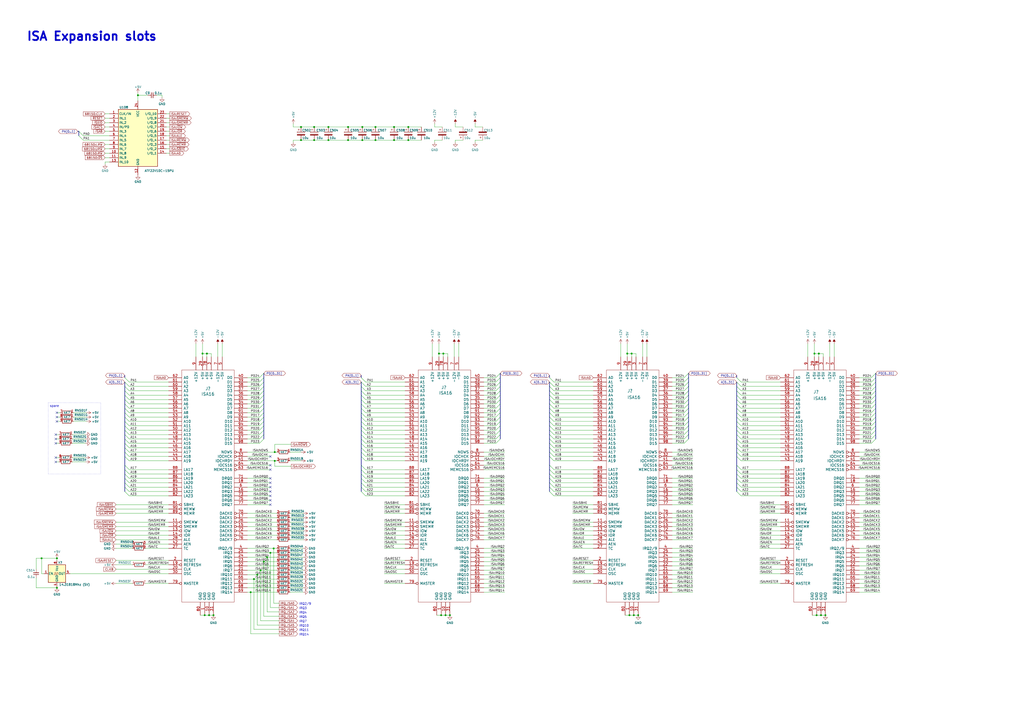
<source format=kicad_sch>
(kicad_sch (version 20230121) (generator eeschema)
  (paper "A2")
  (title_block (title "Raven 68060") (date "2024") (rev "A0") (company "Licensed under CERN-OHL-W v2") (comment 1 "(c)2024 Anders Granlund"))
  (junction (at 182.245 73.66))
  (junction (at 156.845 320.675))
  (junction (at 367.665 356.87))
  (junction (at 210.185 73.66))
  (junction (at 159.385 267.335))
  (junction (at 217.805 73.66))
  (junction (at 151.13 330.835))
  (junction (at 217.805 81.28))
  (junction (at 210.185 81.28))
  (junction (at 123.825 356.87))
  (junction (at 472.44 205.105))
  (junction (at 257.175 205.105))
  (junction (at 190.5 73.66))
  (junction (at 365.125 356.87))
  (junction (at 153.035 325.755))
  (junction (at 24.13 323.85))
  (junction (at 228.6 73.66))
  (junction (at 174.625 73.66))
  (junction (at 228.6 81.28))
  (junction (at 478.79 356.87))
  (junction (at 474.98 205.105))
  (junction (at 154.94 323.215))
  (junction (at 149.225 333.375))
  (junction (at 236.855 73.66))
  (junction (at 120.015 205.105))
  (junction (at 190.5 81.28))
  (junction (at 260.985 356.87))
  (junction (at 158.75 318.135))
  (junction (at 363.855 205.105))
  (junction (at 476.25 356.87))
  (junction (at 118.745 356.87))
  (junction (at 255.905 356.87))
  (junction (at 366.395 205.105))
  (junction (at 117.475 205.105))
  (junction (at 254.635 205.105))
  (junction (at 182.245 81.28))
  (junction (at 236.855 81.28))
  (junction (at 258.445 356.87))
  (junction (at 121.285 356.87))
  (junction (at 33.02 323.85))
  (junction (at 145.415 343.535))
  (junction (at 174.625 81.28))
  (junction (at 201.93 81.28))
  (junction (at 370.205 356.87))
  (junction (at 147.32 335.915))
  (junction (at 159.385 262.255))
  (junction (at 201.93 73.66))
  (junction (at 80.01 55.245))
  (junction (at 33.02 340.995))
  (junction (at 473.71 356.87))
  (no_connect (at 156.845 264.795))
  (no_connect (at 156.845 272.415))
  (no_connect (at 156.845 280.035))
  (no_connect (at 156.845 290.195))
  (no_connect (at 32.385 254.635))
  (no_connect (at 156.845 287.655))
  (no_connect (at 33.02 239.395))
  (no_connect (at 32.385 252.095))
  (no_connect (at 32.385 267.97))
  (no_connect (at 33.02 241.935))
  (no_connect (at 32.385 257.175))
  (no_connect (at 32.385 265.43))
  (no_connect (at 33.02 244.475))
  (no_connect (at 156.845 269.875))
  (no_connect (at 156.845 292.735))
  (no_connect (at 156.845 282.575))
  (no_connect (at 156.845 277.495))
  (no_connect (at 156.845 285.115))
  (bus_entry (at 72.39 257.175) (size 2.54 2.54))
  (bus_entry (at 318.77 241.935) (size 2.54 2.54))
  (bus_entry (at 72.39 280.035) (size 2.54 2.54))
  (bus_entry (at 209.55 277.495) (size 2.54 2.54))
  (bus_entry (at 427.355 277.495) (size 2.54 2.54))
  (bus_entry (at 318.77 272.415) (size 2.54 2.54))
  (bus_entry (at 508 226.695) (size -2.54 2.54))
  (bus_entry (at 209.55 239.395) (size 2.54 2.54))
  (bus_entry (at 153.035 254.635) (size -2.54 2.54))
  (bus_entry (at 427.355 234.315) (size 2.54 2.54))
  (bus_entry (at 209.55 272.415) (size 2.54 2.54))
  (bus_entry (at 72.39 277.495) (size 2.54 2.54))
  (bus_entry (at 45.72 76.2) (size 2.54 2.54))
  (bus_entry (at 508 252.095) (size -2.54 2.54))
  (bus_entry (at 318.77 277.495) (size 2.54 2.54))
  (bus_entry (at 427.355 272.415) (size 2.54 2.54))
  (bus_entry (at 399.415 249.555) (size -2.54 2.54))
  (bus_entry (at 209.55 282.575) (size 2.54 2.54))
  (bus_entry (at 508 221.615) (size -2.54 2.54))
  (bus_entry (at 153.035 252.095) (size -2.54 2.54))
  (bus_entry (at 72.39 282.575) (size 2.54 2.54))
  (bus_entry (at 399.415 231.775) (size -2.54 2.54))
  (bus_entry (at 318.77 236.855) (size 2.54 2.54))
  (bus_entry (at 508 229.235) (size -2.54 2.54))
  (bus_entry (at 153.035 241.935) (size -2.54 2.54))
  (bus_entry (at 399.415 241.935) (size -2.54 2.54))
  (bus_entry (at 209.55 236.855) (size 2.54 2.54))
  (bus_entry (at 290.195 241.935) (size -2.54 2.54))
  (bus_entry (at 209.55 280.035) (size 2.54 2.54))
  (bus_entry (at 209.55 247.015) (size 2.54 2.54))
  (bus_entry (at 318.77 254.635) (size 2.54 2.54))
  (bus_entry (at 427.355 264.795) (size 2.54 2.54))
  (bus_entry (at 508 244.475) (size -2.54 2.54))
  (bus_entry (at 209.55 262.255) (size 2.54 2.54))
  (bus_entry (at 72.39 252.095) (size 2.54 2.54))
  (bus_entry (at 318.77 234.315) (size 2.54 2.54))
  (bus_entry (at 427.355 221.615) (size 2.54 2.54))
  (bus_entry (at 427.355 236.855) (size 2.54 2.54))
  (bus_entry (at 427.355 257.175) (size 2.54 2.54))
  (bus_entry (at 508 234.315) (size -2.54 2.54))
  (bus_entry (at 209.55 259.715) (size 2.54 2.54))
  (bus_entry (at 209.55 226.695) (size 2.54 2.54))
  (bus_entry (at 318.77 231.775) (size 2.54 2.54))
  (bus_entry (at 427.355 274.955) (size 2.54 2.54))
  (bus_entry (at 209.55 229.235) (size 2.54 2.54))
  (bus_entry (at 72.39 262.255) (size 2.54 2.54))
  (bus_entry (at 290.195 252.095) (size -2.54 2.54))
  (bus_entry (at 209.55 264.795) (size 2.54 2.54))
  (bus_entry (at 508 247.015) (size -2.54 2.54))
  (bus_entry (at 209.55 274.955) (size 2.54 2.54))
  (bus_entry (at 72.39 247.015) (size 2.54 2.54))
  (bus_entry (at 153.035 244.475) (size -2.54 2.54))
  (bus_entry (at 209.55 219.075) (size 2.54 2.54))
  (bus_entry (at 209.55 269.875) (size 2.54 2.54))
  (bus_entry (at 290.195 229.235) (size -2.54 2.54))
  (bus_entry (at 209.55 249.555) (size 2.54 2.54))
  (bus_entry (at 399.415 234.315) (size -2.54 2.54))
  (bus_entry (at 153.035 221.615) (size -2.54 2.54))
  (bus_entry (at 399.415 236.855) (size -2.54 2.54))
  (bus_entry (at 72.39 241.935) (size 2.54 2.54))
  (bus_entry (at 427.355 254.635) (size 2.54 2.54))
  (bus_entry (at 427.355 269.875) (size 2.54 2.54))
  (bus_entry (at 290.195 254.635) (size -2.54 2.54))
  (bus_entry (at 209.55 252.095) (size 2.54 2.54))
  (bus_entry (at 318.77 262.255) (size 2.54 2.54))
  (bus_entry (at 508 241.935) (size -2.54 2.54))
  (bus_entry (at 427.355 241.935) (size 2.54 2.54))
  (bus_entry (at 290.195 236.855) (size -2.54 2.54))
  (bus_entry (at 153.035 219.075) (size -2.54 2.54))
  (bus_entry (at 427.355 282.575) (size 2.54 2.54))
  (bus_entry (at 427.355 239.395) (size 2.54 2.54))
  (bus_entry (at 318.77 269.875) (size 2.54 2.54))
  (bus_entry (at 427.355 262.255) (size 2.54 2.54))
  (bus_entry (at 72.39 244.475) (size 2.54 2.54))
  (bus_entry (at 153.035 224.155) (size -2.54 2.54))
  (bus_entry (at 399.415 252.095) (size -2.54 2.54))
  (bus_entry (at 209.55 234.315) (size 2.54 2.54))
  (bus_entry (at 399.415 239.395) (size -2.54 2.54))
  (bus_entry (at 72.39 224.155) (size 2.54 2.54))
  (bus_entry (at 318.77 239.395) (size 2.54 2.54))
  (bus_entry (at 153.035 229.235) (size -2.54 2.54))
  (bus_entry (at 290.195 244.475) (size -2.54 2.54))
  (bus_entry (at 318.77 247.015) (size 2.54 2.54))
  (bus_entry (at 72.39 219.075) (size 2.54 2.54))
  (bus_entry (at 72.39 221.615) (size 2.54 2.54))
  (bus_entry (at 399.415 216.535) (size -2.54 2.54))
  (bus_entry (at 399.415 226.695) (size -2.54 2.54))
  (bus_entry (at 427.355 224.155) (size 2.54 2.54))
  (bus_entry (at 290.195 231.775) (size -2.54 2.54))
  (bus_entry (at 209.55 285.115) (size 2.54 2.54))
  (bus_entry (at 153.035 247.015) (size -2.54 2.54))
  (bus_entry (at 72.39 259.715) (size 2.54 2.54))
  (bus_entry (at 290.195 249.555) (size -2.54 2.54))
  (bus_entry (at 318.77 219.075) (size 2.54 2.54))
  (bus_entry (at 72.39 226.695) (size 2.54 2.54))
  (bus_entry (at 290.195 221.615) (size -2.54 2.54))
  (bus_entry (at 153.035 231.775) (size -2.54 2.54))
  (bus_entry (at 153.035 234.315) (size -2.54 2.54))
  (bus_entry (at 290.195 216.535) (size -2.54 2.54))
  (bus_entry (at 427.355 259.715) (size 2.54 2.54))
  (bus_entry (at 209.55 231.775) (size 2.54 2.54))
  (bus_entry (at 318.77 280.035) (size 2.54 2.54))
  (bus_entry (at 72.39 254.635) (size 2.54 2.54))
  (bus_entry (at 72.39 269.875) (size 2.54 2.54))
  (bus_entry (at 399.415 247.015) (size -2.54 2.54))
  (bus_entry (at 209.55 224.155) (size 2.54 2.54))
  (bus_entry (at 318.77 244.475) (size 2.54 2.54))
  (bus_entry (at 399.415 224.155) (size -2.54 2.54))
  (bus_entry (at 318.77 274.955) (size 2.54 2.54))
  (bus_entry (at 427.355 226.695) (size 2.54 2.54))
  (bus_entry (at 508 224.155) (size -2.54 2.54))
  (bus_entry (at 318.77 259.715) (size 2.54 2.54))
  (bus_entry (at 290.195 224.155) (size -2.54 2.54))
  (bus_entry (at 318.77 224.155) (size 2.54 2.54))
  (bus_entry (at 399.415 219.075) (size -2.54 2.54))
  (bus_entry (at 290.195 239.395) (size -2.54 2.54))
  (bus_entry (at 427.355 249.555) (size 2.54 2.54))
  (bus_entry (at 72.39 272.415) (size 2.54 2.54))
  (bus_entry (at 318.77 221.615) (size 2.54 2.54))
  (bus_entry (at 399.415 254.635) (size -2.54 2.54))
  (bus_entry (at 209.55 244.475) (size 2.54 2.54))
  (bus_entry (at 72.39 274.955) (size 2.54 2.54))
  (bus_entry (at 399.415 229.235) (size -2.54 2.54))
  (bus_entry (at 318.77 252.095) (size 2.54 2.54))
  (bus_entry (at 318.77 264.795) (size 2.54 2.54))
  (bus_entry (at 318.77 282.575) (size 2.54 2.54))
  (bus_entry (at 153.035 239.395) (size -2.54 2.54))
  (bus_entry (at 508 216.535) (size -2.54 2.54))
  (bus_entry (at 72.39 239.395) (size 2.54 2.54))
  (bus_entry (at 72.39 264.795) (size 2.54 2.54))
  (bus_entry (at 318.77 257.175) (size 2.54 2.54))
  (bus_entry (at 427.355 285.115) (size 2.54 2.54))
  (bus_entry (at 209.55 241.935) (size 2.54 2.54))
  (bus_entry (at 72.39 236.855) (size 2.54 2.54))
  (bus_entry (at 153.035 216.535) (size -2.54 2.54))
  (bus_entry (at 427.355 219.075) (size 2.54 2.54))
  (bus_entry (at 508 231.775) (size -2.54 2.54))
  (bus_entry (at 427.355 244.475) (size 2.54 2.54))
  (bus_entry (at 399.415 221.615) (size -2.54 2.54))
  (bus_entry (at 427.355 247.015) (size 2.54 2.54))
  (bus_entry (at 209.55 221.615) (size 2.54 2.54))
  (bus_entry (at 72.39 234.315) (size 2.54 2.54))
  (bus_entry (at 72.39 229.235) (size 2.54 2.54))
  (bus_entry (at 153.035 249.555) (size -2.54 2.54))
  (bus_entry (at 290.195 234.315) (size -2.54 2.54))
  (bus_entry (at 72.39 249.555) (size 2.54 2.54))
  (bus_entry (at 318.77 229.235) (size 2.54 2.54))
  (bus_entry (at 427.355 252.095) (size 2.54 2.54))
  (bus_entry (at 508 236.855) (size -2.54 2.54))
  (bus_entry (at 508 239.395) (size -2.54 2.54))
  (bus_entry (at 508 249.555) (size -2.54 2.54))
  (bus_entry (at 427.355 280.035) (size 2.54 2.54))
  (bus_entry (at 318.77 226.695) (size 2.54 2.54))
  (bus_entry (at 427.355 231.775) (size 2.54 2.54))
  (bus_entry (at 290.195 226.695) (size -2.54 2.54))
  (bus_entry (at 45.72 78.74) (size 2.54 2.54))
  (bus_entry (at 427.355 229.235) (size 2.54 2.54))
  (bus_entry (at 318.77 249.555) (size 2.54 2.54))
  (bus_entry (at 318.77 285.115) (size 2.54 2.54))
  (bus_entry (at 153.035 226.695) (size -2.54 2.54))
  (bus_entry (at 72.39 231.775) (size 2.54 2.54))
  (bus_entry (at 290.195 219.075) (size -2.54 2.54))
  (bus_entry (at 399.415 244.475) (size -2.54 2.54))
  (bus_entry (at 209.55 254.635) (size 2.54 2.54))
  (bus_entry (at 209.55 257.175) (size 2.54 2.54))
  (bus_entry (at 153.035 236.855) (size -2.54 2.54))
  (bus_entry (at 508 254.635) (size -2.54 2.54))
  (bus_entry (at 72.39 285.115) (size 2.54 2.54))
  (bus_entry (at 290.195 247.015) (size -2.54 2.54))
  (bus_entry (at 508 219.075) (size -2.54 2.54))
  (bus (pts (xy 72.39 280.035) (xy 72.39 277.495)))
  (bus (pts (xy 399.415 229.235) (xy 399.415 226.695)))
  (wire (pts (xy 389.89 305.435) (xy 401.955 305.435)))
  (wire (pts (xy 145.415 367.665) (xy 145.415 343.535)))
  (wire (pts (xy 389.89 234.315) (xy 396.875 234.315)))
  (bus (pts (xy 508 229.235) (xy 508 226.695)))
  (wire (pts (xy 143.51 325.755) (xy 153.035 325.755)))
  (wire (pts (xy 389.89 290.195) (xy 401.955 290.195)))
  (wire (pts (xy 228.6 81.28) (xy 236.855 81.28)))
  (bus (pts (xy 72.39 264.795) (xy 72.39 269.875)))
  (wire (pts (xy 375.285 199.39) (xy 375.285 207.01)))
  (wire (pts (xy 362.585 356.87) (xy 365.125 356.87)))
  (wire (pts (xy 222.885 318.135) (xy 234.95 318.135)))
  (bus (pts (xy 318.77 241.935) (xy 318.77 239.395)))
  (bus (pts (xy 153.035 221.615) (xy 153.035 219.075)))
  (bus (pts (xy 427.355 236.855) (xy 427.355 234.315)))
  (wire (pts (xy 440.69 295.275) (xy 452.755 295.275)))
  (wire (pts (xy 389.89 292.735) (xy 401.955 292.735)))
  (wire (pts (xy 498.475 219.075) (xy 505.46 219.075)))
  (wire (pts (xy 280.67 318.135) (xy 292.735 318.135)))
  (wire (pts (xy 321.31 231.775) (xy 344.17 231.775)))
  (wire (pts (xy 429.895 236.855) (xy 452.755 236.855)))
  (wire (pts (xy 440.69 332.74) (xy 452.755 332.74)))
  (wire (pts (xy 429.895 249.555) (xy 452.755 249.555)))
  (wire (pts (xy 252.095 82.55) (xy 252.095 81.28)))
  (wire (pts (xy 143.51 269.875) (xy 156.845 269.875)))
  (wire (pts (xy 210.185 81.28) (xy 217.805 81.28)))
  (wire (pts (xy 389.89 285.115) (xy 401.955 285.115)))
  (wire (pts (xy 212.09 244.475) (xy 234.95 244.475)))
  (wire (pts (xy 429.895 262.255) (xy 452.755 262.255)))
  (wire (pts (xy 122.555 205.105) (xy 120.015 205.105)))
  (wire (pts (xy 280.67 313.055) (xy 292.735 313.055)))
  (wire (pts (xy 332.105 297.815) (xy 344.17 297.815)))
  (wire (pts (xy 151.13 360.045) (xy 151.13 330.835)))
  (wire (pts (xy 280.67 325.755) (xy 292.735 325.755)))
  (wire (pts (xy 280.67 249.555) (xy 287.655 249.555)))
  (wire (pts (xy 280.67 335.915) (xy 292.735 335.915)))
  (wire (pts (xy 33.02 323.85) (xy 33.02 325.12)))
  (wire (pts (xy 161.925 354.965) (xy 154.94 354.965)))
  (wire (pts (xy 32.385 254.635) (xy 34.29 254.635)))
  (wire (pts (xy 143.51 239.395) (xy 150.495 239.395)))
  (wire (pts (xy 498.475 249.555) (xy 505.46 249.555)))
  (wire (pts (xy 280.67 269.875) (xy 292.735 269.875)))
  (wire (pts (xy 128.905 199.39) (xy 128.905 207.01)))
  (wire (pts (xy 280.67 310.515) (xy 292.735 310.515)))
  (wire (pts (xy 429.895 252.095) (xy 452.755 252.095)))
  (wire (pts (xy 84.455 327.66) (xy 97.79 327.66)))
  (wire (pts (xy 498.475 333.375) (xy 510.54 333.375)))
  (wire (pts (xy 367.665 356.87) (xy 370.205 356.87)))
  (wire (pts (xy 389.89 343.535) (xy 401.955 343.535)))
  (wire (pts (xy 74.93 272.415) (xy 97.79 272.415)))
  (bus (pts (xy 45.085 76.2) (xy 45.72 76.2)))
  (wire (pts (xy 429.895 274.955) (xy 452.755 274.955)))
  (wire (pts (xy 168.275 330.835) (xy 175.895 330.835)))
  (bus (pts (xy 72.39 217.805) (xy 72.39 219.075)))
  (bus (pts (xy 399.415 244.475) (xy 399.415 241.935)))
  (wire (pts (xy 143.51 236.855) (xy 150.495 236.855)))
  (wire (pts (xy 143.51 267.335) (xy 159.385 267.335)))
  (wire (pts (xy 472.44 199.39) (xy 472.44 205.105)))
  (wire (pts (xy 143.51 272.415) (xy 156.845 272.415)))
  (wire (pts (xy 280.67 340.995) (xy 292.735 340.995)))
  (wire (pts (xy 168.275 302.895) (xy 175.895 302.895)))
  (wire (pts (xy 280.67 229.235) (xy 287.655 229.235)))
  (bus (pts (xy 72.39 224.155) (xy 72.39 221.615)))
  (wire (pts (xy 280.67 305.435) (xy 292.735 305.435)))
  (wire (pts (xy 321.31 287.655) (xy 344.17 287.655)))
  (wire (pts (xy 332.105 325.12) (xy 344.17 325.12)))
  (wire (pts (xy 321.31 254.635) (xy 344.17 254.635)))
  (wire (pts (xy 321.31 224.155) (xy 344.17 224.155)))
  (bus (pts (xy 209.55 259.715) (xy 209.55 257.175)))
  (wire (pts (xy 321.31 259.715) (xy 344.17 259.715)))
  (wire (pts (xy 84.455 338.455) (xy 97.79 338.455)))
  (wire (pts (xy 168.275 320.675) (xy 175.895 320.675)))
  (bus (pts (xy 318.77 236.855) (xy 318.77 234.315)))
  (wire (pts (xy 212.09 241.935) (xy 234.95 241.935)))
  (wire (pts (xy 143.51 328.295) (xy 160.655 328.295)))
  (wire (pts (xy 60.96 68.58) (xy 63.5 68.58)))
  (bus (pts (xy 427.355 241.935) (xy 427.355 239.395)))
  (wire (pts (xy 498.475 325.755) (xy 510.54 325.755)))
  (wire (pts (xy 96.52 86.36) (xy 98.425 86.36)))
  (wire (pts (xy 429.895 241.935) (xy 452.755 241.935)))
  (bus (pts (xy 72.39 274.955) (xy 72.39 272.415)))
  (wire (pts (xy 96.52 78.74) (xy 98.425 78.74)))
  (wire (pts (xy 96.52 76.2) (xy 98.425 76.2)))
  (wire (pts (xy 168.275 313.055) (xy 175.895 313.055)))
  (wire (pts (xy 222.885 325.12) (xy 234.95 325.12)))
  (bus (pts (xy 290.195 241.935) (xy 290.195 239.395)))
  (wire (pts (xy 143.51 340.995) (xy 160.655 340.995)))
  (bus (pts (xy 427.355 244.475) (xy 427.355 241.935)))
  (wire (pts (xy 222.885 330.2) (xy 234.95 330.2)))
  (wire (pts (xy 60.96 76.2) (xy 63.5 76.2)))
  (wire (pts (xy 168.275 307.975) (xy 175.895 307.975)))
  (wire (pts (xy 113.665 199.39) (xy 113.665 207.01)))
  (bus (pts (xy 72.39 234.315) (xy 72.39 231.775)))
  (wire (pts (xy 60.96 88.9) (xy 63.5 88.9)))
  (wire (pts (xy 76.835 315.595) (xy 67.31 315.595)))
  (wire (pts (xy 389.89 287.655) (xy 401.955 287.655)))
  (wire (pts (xy 389.89 297.815) (xy 401.955 297.815)))
  (wire (pts (xy 332.105 318.135) (xy 344.17 318.135)))
  (wire (pts (xy 168.275 340.995) (xy 175.895 340.995)))
  (wire (pts (xy 440.69 330.2) (xy 452.755 330.2)))
  (wire (pts (xy 74.93 231.775) (xy 97.79 231.775)))
  (wire (pts (xy 429.895 257.175) (xy 452.755 257.175)))
  (bus (pts (xy 153.035 249.555) (xy 153.035 247.015)))
  (wire (pts (xy 217.805 73.66) (xy 228.6 73.66)))
  (wire (pts (xy 168.275 305.435) (xy 175.895 305.435)))
  (wire (pts (xy 429.895 221.615) (xy 452.755 221.615)))
  (wire (pts (xy 212.09 272.415) (xy 234.95 272.415)))
  (wire (pts (xy 212.09 229.235) (xy 234.95 229.235)))
  (wire (pts (xy 32.385 252.095) (xy 34.29 252.095)))
  (bus (pts (xy 427.355 257.175) (xy 427.355 254.635)))
  (wire (pts (xy 429.895 234.315) (xy 452.755 234.315)))
  (wire (pts (xy 143.51 229.235) (xy 150.495 229.235)))
  (bus (pts (xy 318.77 280.035) (xy 318.77 277.495)))
  (wire (pts (xy 389.89 247.015) (xy 396.875 247.015)))
  (wire (pts (xy 363.855 199.39) (xy 363.855 205.105)))
  (wire (pts (xy 440.69 292.735) (xy 452.755 292.735)))
  (wire (pts (xy 332.105 313.055) (xy 344.17 313.055)))
  (wire (pts (xy 440.69 338.455) (xy 452.755 338.455)))
  (wire (pts (xy 74.93 252.095) (xy 97.79 252.095)))
  (wire (pts (xy 147.32 335.915) (xy 160.655 335.915)))
  (bus (pts (xy 427.355 217.805) (xy 427.355 219.075)))
  (bus (pts (xy 399.415 226.695) (xy 399.415 224.155)))
  (wire (pts (xy 440.69 297.815) (xy 452.755 297.815)))
  (wire (pts (xy 74.93 287.655) (xy 97.79 287.655)))
  (wire (pts (xy 389.89 302.895) (xy 401.955 302.895)))
  (wire (pts (xy 74.93 226.695) (xy 97.79 226.695)))
  (wire (pts (xy 280.67 219.075) (xy 287.655 219.075)))
  (wire (pts (xy 440.69 325.12) (xy 452.755 325.12)))
  (wire (pts (xy 74.93 229.235) (xy 97.79 229.235)))
  (wire (pts (xy 74.93 239.395) (xy 97.79 239.395)))
  (bus (pts (xy 318.77 249.555) (xy 318.77 247.015)))
  (wire (pts (xy 280.67 231.775) (xy 287.655 231.775)))
  (wire (pts (xy 158.75 349.885) (xy 158.75 318.135)))
  (wire (pts (xy 280.67 262.255) (xy 292.735 262.255)))
  (bus (pts (xy 399.415 247.015) (xy 399.415 244.475)))
  (wire (pts (xy 116.205 356.87) (xy 118.745 356.87)))
  (bus (pts (xy 290.195 244.475) (xy 290.195 241.935)))
  (bus (pts (xy 427.355 262.255) (xy 427.355 259.715)))
  (bus (pts (xy 45.72 76.2) (xy 45.72 78.74)))
  (wire (pts (xy 321.31 285.115) (xy 344.17 285.115)))
  (bus (pts (xy 318.77 257.175) (xy 318.77 254.635)))
  (wire (pts (xy 156.845 282.575) (xy 143.51 282.575)))
  (wire (pts (xy 498.475 335.915) (xy 510.54 335.915)))
  (wire (pts (xy 280.67 241.935) (xy 287.655 241.935)))
  (wire (pts (xy 41.91 257.175) (xy 49.53 257.175)))
  (bus (pts (xy 427.355 252.095) (xy 427.355 249.555)))
  (wire (pts (xy 48.26 81.28) (xy 63.5 81.28)))
  (wire (pts (xy 321.31 239.395) (xy 344.17 239.395)))
  (wire (pts (xy 498.475 254.635) (xy 505.46 254.635)))
  (wire (pts (xy 498.475 328.295) (xy 510.54 328.295)))
  (wire (pts (xy 440.69 318.135) (xy 452.755 318.135)))
  (wire (pts (xy 498.475 264.795) (xy 510.54 264.795)))
  (wire (pts (xy 143.51 297.815) (xy 160.655 297.815)))
  (wire (pts (xy 498.475 343.535) (xy 510.54 343.535)))
  (wire (pts (xy 498.475 267.335) (xy 510.54 267.335)))
  (wire (pts (xy 389.89 264.795) (xy 401.955 264.795)))
  (wire (pts (xy 429.895 254.635) (xy 452.755 254.635)))
  (wire (pts (xy 280.67 252.095) (xy 287.655 252.095)))
  (bus (pts (xy 209.55 241.935) (xy 209.55 239.395)))
  (bus (pts (xy 318.77 262.255) (xy 318.77 259.715)))
  (wire (pts (xy 42.545 241.935) (xy 50.165 241.935)))
  (bus (pts (xy 209.55 217.805) (xy 209.55 219.075)))
  (wire (pts (xy 170.18 71.755) (xy 170.18 73.66)))
  (wire (pts (xy 33.02 241.935) (xy 34.925 241.935)))
  (wire (pts (xy 168.275 328.295) (xy 175.895 328.295)))
  (wire (pts (xy 76.835 318.135) (xy 67.31 318.135)))
  (wire (pts (xy 429.895 239.395) (xy 452.755 239.395)))
  (wire (pts (xy 159.385 262.255) (xy 160.655 262.255)))
  (bus (pts (xy 72.39 277.495) (xy 72.39 274.955)))
  (bus (pts (xy 290.195 231.775) (xy 290.195 229.235)))
  (wire (pts (xy 74.93 236.855) (xy 97.79 236.855)))
  (wire (pts (xy 280.67 300.355) (xy 292.735 300.355)))
  (wire (pts (xy 168.275 325.755) (xy 175.895 325.755)))
  (wire (pts (xy 168.275 297.815) (xy 175.895 297.815)))
  (wire (pts (xy 143.51 226.695) (xy 150.495 226.695)))
  (wire (pts (xy 222.885 338.455) (xy 234.95 338.455)))
  (wire (pts (xy 67.31 313.055) (xy 97.79 313.055)))
  (wire (pts (xy 96.52 81.28) (xy 98.425 81.28)))
  (bus (pts (xy 290.195 252.095) (xy 290.195 249.555)))
  (bus (pts (xy 427.355 272.415) (xy 427.355 269.875)))
  (bus (pts (xy 508 234.315) (xy 508 236.855)))
  (wire (pts (xy 389.89 320.675) (xy 401.955 320.675)))
  (wire (pts (xy 170.18 81.28) (xy 174.625 81.28)))
  (bus (pts (xy 318.77 282.575) (xy 318.77 280.035)))
  (wire (pts (xy 143.51 338.455) (xy 160.655 338.455)))
  (wire (pts (xy 429.895 231.775) (xy 452.755 231.775)))
  (bus (pts (xy 427.355 264.795) (xy 427.355 269.875)))
  (wire (pts (xy 280.67 302.895) (xy 292.735 302.895)))
  (wire (pts (xy 275.59 71.755) (xy 275.59 73.66)))
  (wire (pts (xy 280.67 328.295) (xy 292.735 328.295)))
  (wire (pts (xy 168.91 257.81) (xy 159.385 257.81)))
  (wire (pts (xy 74.93 280.035) (xy 97.79 280.035)))
  (bus (pts (xy 427.355 259.715) (xy 427.355 257.175)))
  (wire (pts (xy 275.59 82.55) (xy 275.59 81.28)))
  (wire (pts (xy 280.67 290.195) (xy 292.735 290.195)))
  (wire (pts (xy 321.31 252.095) (xy 344.17 252.095)))
  (wire (pts (xy 498.475 302.895) (xy 510.54 302.895)))
  (wire (pts (xy 474.98 205.105) (xy 472.44 205.105)))
  (wire (pts (xy 321.31 244.475) (xy 344.17 244.475)))
  (wire (pts (xy 389.89 221.615) (xy 396.875 221.615)))
  (wire (pts (xy 168.275 318.135) (xy 175.895 318.135)))
  (wire (pts (xy 366.395 207.01) (xy 366.395 205.105)))
  (bus (pts (xy 427.355 274.955) (xy 427.355 272.415)))
  (wire (pts (xy 280.67 257.175) (xy 287.655 257.175)))
  (wire (pts (xy 429.895 272.415) (xy 452.755 272.415)))
  (wire (pts (xy 212.09 236.855) (xy 234.95 236.855)))
  (wire (pts (xy 212.09 254.635) (xy 234.95 254.635)))
  (wire (pts (xy 332.105 310.515) (xy 344.17 310.515)))
  (wire (pts (xy 147.32 365.125) (xy 147.32 335.915)))
  (wire (pts (xy 74.93 274.955) (xy 97.79 274.955)))
  (wire (pts (xy 332.105 292.735) (xy 344.17 292.735)))
  (wire (pts (xy 440.69 327.66) (xy 452.755 327.66)))
  (wire (pts (xy 259.715 207.01) (xy 259.715 205.105)))
  (wire (pts (xy 74.93 257.175) (xy 97.79 257.175)))
  (bus (pts (xy 427.355 249.555) (xy 427.355 247.015)))
  (bus (pts (xy 290.195 249.555) (xy 290.195 247.015)))
  (wire (pts (xy 498.475 239.395) (xy 505.46 239.395)))
  (wire (pts (xy 236.855 73.66) (xy 244.475 73.66)))
  (bus (pts (xy 318.77 259.715) (xy 318.77 257.175)))
  (wire (pts (xy 161.925 360.045) (xy 151.13 360.045)))
  (bus (pts (xy 290.195 219.075) (xy 290.195 216.535)))
  (wire (pts (xy 149.225 362.585) (xy 149.225 333.375)))
  (wire (pts (xy 143.51 247.015) (xy 150.495 247.015)))
  (wire (pts (xy 429.895 244.475) (xy 452.755 244.475)))
  (bus (pts (xy 427.355 254.635) (xy 427.355 252.095)))
  (wire (pts (xy 332.105 315.595) (xy 344.17 315.595)))
  (wire (pts (xy 96.52 71.12) (xy 98.425 71.12)))
  (wire (pts (xy 74.93 282.575) (xy 97.79 282.575)))
  (wire (pts (xy 263.525 199.39) (xy 263.525 207.01)))
  (bus (pts (xy 153.035 254.635) (xy 153.035 252.095)))
  (wire (pts (xy 159.385 257.81) (xy 159.385 262.255)))
  (wire (pts (xy 143.51 221.615) (xy 150.495 221.615)))
  (bus (pts (xy 72.39 262.255) (xy 72.39 259.715)))
  (bus (pts (xy 318.77 234.315) (xy 318.77 231.775)))
  (bus (pts (xy 72.39 236.855) (xy 72.39 234.315)))
  (wire (pts (xy 498.475 234.315) (xy 505.46 234.315)))
  (wire (pts (xy 74.93 277.495) (xy 97.79 277.495)))
  (wire (pts (xy 60.96 83.82) (xy 63.5 83.82)))
  (wire (pts (xy 389.89 257.175) (xy 396.875 257.175)))
  (bus (pts (xy 399.415 252.095) (xy 399.415 249.555)))
  (bus (pts (xy 290.195 221.615) (xy 290.195 219.075)))
  (wire (pts (xy 25.4 332.74) (xy 24.13 332.74)))
  (wire (pts (xy 429.895 247.015) (xy 452.755 247.015)))
  (wire (pts (xy 212.09 267.335) (xy 234.95 267.335)))
  (bus (pts (xy 72.39 252.095) (xy 72.39 249.555)))
  (wire (pts (xy 321.31 262.255) (xy 344.17 262.255)))
  (wire (pts (xy 168.275 333.375) (xy 175.895 333.375)))
  (bus (pts (xy 72.39 241.935) (xy 72.39 239.395)))
  (wire (pts (xy 67.31 307.975) (xy 97.79 307.975)))
  (wire (pts (xy 472.44 205.105) (xy 472.44 207.01)))
  (wire (pts (xy 389.89 229.235) (xy 396.875 229.235)))
  (bus (pts (xy 209.55 257.175) (xy 209.55 254.635)))
  (wire (pts (xy 498.475 292.735) (xy 510.54 292.735)))
  (wire (pts (xy 252.095 71.755) (xy 252.095 73.66)))
  (bus (pts (xy 72.39 239.395) (xy 72.39 236.855)))
  (bus (pts (xy 427.355 239.395) (xy 427.355 236.855)))
  (wire (pts (xy 156.845 292.735) (xy 143.51 292.735)))
  (wire (pts (xy 389.89 262.255) (xy 401.955 262.255)))
  (bus (pts (xy 508 247.015) (xy 508 244.475)))
  (bus (pts (xy 209.55 280.035) (xy 209.55 277.495)))
  (bus (pts (xy 508 224.155) (xy 508 221.615)))
  (bus (pts (xy 508 239.395) (xy 508 236.855)))
  (wire (pts (xy 117.475 205.105) (xy 117.475 207.01)))
  (wire (pts (xy 498.475 257.175) (xy 505.46 257.175)))
  (wire (pts (xy 477.52 205.105) (xy 474.98 205.105)))
  (bus (pts (xy 318.77 274.955) (xy 318.77 272.415)))
  (wire (pts (xy 222.885 305.435) (xy 234.95 305.435)))
  (wire (pts (xy 498.475 338.455) (xy 510.54 338.455)))
  (bus (pts (xy 508 241.935) (xy 508 239.395)))
  (wire (pts (xy 280.67 323.215) (xy 292.735 323.215)))
  (bus (pts (xy 153.035 234.315) (xy 153.035 231.775)))
  (wire (pts (xy 174.625 81.28) (xy 182.245 81.28)))
  (wire (pts (xy 440.69 315.595) (xy 452.755 315.595)))
  (wire (pts (xy 498.475 252.095) (xy 505.46 252.095)))
  (wire (pts (xy 258.445 356.87) (xy 260.985 356.87)))
  (wire (pts (xy 280.67 244.475) (xy 287.655 244.475)))
  (wire (pts (xy 174.625 73.66) (xy 182.245 73.66)))
  (wire (pts (xy 498.475 280.035) (xy 510.54 280.035)))
  (wire (pts (xy 321.31 236.855) (xy 344.17 236.855)))
  (bus (pts (xy 318.77 244.475) (xy 318.77 241.935)))
  (bus (pts (xy 209.55 231.775) (xy 209.55 229.235)))
  (wire (pts (xy 67.31 295.275) (xy 97.79 295.275)))
  (wire (pts (xy 143.51 234.315) (xy 150.495 234.315)))
  (wire (pts (xy 440.69 310.515) (xy 452.755 310.515)))
  (bus (pts (xy 72.39 282.575) (xy 72.39 280.035)))
  (wire (pts (xy 143.51 244.475) (xy 150.495 244.475)))
  (wire (pts (xy 143.51 249.555) (xy 150.495 249.555)))
  (bus (pts (xy 290.195 247.015) (xy 290.195 244.475)))
  (wire (pts (xy 321.31 272.415) (xy 344.17 272.415)))
  (wire (pts (xy 498.475 305.435) (xy 510.54 305.435)))
  (wire (pts (xy 389.89 307.975) (xy 401.955 307.975)))
  (wire (pts (xy 210.185 73.66) (xy 217.805 73.66)))
  (wire (pts (xy 20.955 340.995) (xy 33.02 340.995)))
  (wire (pts (xy 143.51 231.775) (xy 150.495 231.775)))
  (wire (pts (xy 212.09 257.175) (xy 234.95 257.175)))
  (wire (pts (xy 67.31 310.515) (xy 97.79 310.515)))
  (wire (pts (xy 360.045 199.39) (xy 360.045 207.01)))
  (wire (pts (xy 168.275 335.915) (xy 175.895 335.915)))
  (wire (pts (xy 151.13 330.835) (xy 160.655 330.835)))
  (bus (pts (xy 153.035 229.235) (xy 153.035 226.695)))
  (bus (pts (xy 209.55 264.795) (xy 209.55 269.875)))
  (bus (pts (xy 209.55 264.795) (xy 209.55 262.255)))
  (wire (pts (xy 321.31 234.315) (xy 344.17 234.315)))
  (wire (pts (xy 20.955 335.28) (xy 20.955 340.995)))
  (wire (pts (xy 429.895 226.695) (xy 452.755 226.695)))
  (wire (pts (xy 366.395 205.105) (xy 363.855 205.105)))
  (wire (pts (xy 212.09 282.575) (xy 234.95 282.575)))
  (wire (pts (xy 372.745 199.39) (xy 372.745 207.01)))
  (wire (pts (xy 266.065 199.39) (xy 266.065 207.01)))
  (wire (pts (xy 264.16 82.55) (xy 264.16 81.28)))
  (wire (pts (xy 159.385 267.335) (xy 160.655 267.335)))
  (bus (pts (xy 508 244.475) (xy 508 241.935)))
  (wire (pts (xy 145.415 343.535) (xy 160.655 343.535)))
  (wire (pts (xy 280.67 285.115) (xy 292.735 285.115)))
  (wire (pts (xy 212.09 264.795) (xy 234.95 264.795)))
  (wire (pts (xy 236.855 81.28) (xy 244.475 81.28)))
  (wire (pts (xy 429.895 267.335) (xy 452.755 267.335)))
  (wire (pts (xy 212.09 247.015) (xy 234.95 247.015)))
  (wire (pts (xy 212.09 224.155) (xy 234.95 224.155)))
  (bus (pts (xy 153.035 224.155) (xy 153.035 221.615)))
  (wire (pts (xy 168.275 267.335) (xy 174.625 267.335)))
  (wire (pts (xy 156.845 352.425) (xy 156.845 320.675)))
  (wire (pts (xy 257.175 205.105) (xy 254.635 205.105)))
  (wire (pts (xy 321.31 257.175) (xy 344.17 257.175)))
  (bus (pts (xy 318.77 264.795) (xy 318.77 269.875)))
  (wire (pts (xy 154.94 354.965) (xy 154.94 323.215)))
  (wire (pts (xy 122.555 207.01) (xy 122.555 205.105)))
  (wire (pts (xy 74.93 254.635) (xy 97.79 254.635)))
  (wire (pts (xy 20.955 330.2) (xy 20.955 323.85)))
  (wire (pts (xy 365.125 356.87) (xy 367.665 356.87)))
  (wire (pts (xy 222.885 327.66) (xy 234.95 327.66)))
  (wire (pts (xy 280.67 307.975) (xy 292.735 307.975)))
  (wire (pts (xy 212.09 234.315) (xy 234.95 234.315)))
  (wire (pts (xy 67.31 292.735) (xy 97.79 292.735)))
  (bus (pts (xy 290.195 239.395) (xy 290.195 236.855)))
  (wire (pts (xy 280.67 254.635) (xy 287.655 254.635)))
  (wire (pts (xy 212.09 226.695) (xy 234.95 226.695)))
  (wire (pts (xy 118.745 356.87) (xy 121.285 356.87)))
  (wire (pts (xy 498.475 297.815) (xy 510.54 297.815)))
  (wire (pts (xy 80.01 55.245) (xy 80.01 58.42)))
  (wire (pts (xy 93.98 55.245) (xy 93.98 56.515)))
  (wire (pts (xy 60.96 93.98) (xy 60.96 95.25)))
  (wire (pts (xy 321.31 282.575) (xy 344.17 282.575)))
  (wire (pts (xy 498.475 340.995) (xy 510.54 340.995)))
  (wire (pts (xy 67.31 302.895) (xy 97.79 302.895)))
  (wire (pts (xy 368.935 207.01) (xy 368.935 205.105)))
  (wire (pts (xy 280.67 221.615) (xy 287.655 221.615)))
  (wire (pts (xy 429.895 229.235) (xy 452.755 229.235)))
  (wire (pts (xy 96.52 88.9) (xy 98.425 88.9)))
  (wire (pts (xy 389.89 226.695) (xy 396.875 226.695)))
  (wire (pts (xy 280.67 338.455) (xy 292.735 338.455)))
  (wire (pts (xy 332.105 330.2) (xy 344.17 330.2)))
  (wire (pts (xy 149.225 333.375) (xy 160.655 333.375)))
  (wire (pts (xy 24.13 332.74) (xy 24.13 323.85)))
  (wire (pts (xy 42.545 239.395) (xy 50.165 239.395)))
  (wire (pts (xy 280.67 297.815) (xy 292.735 297.815)))
  (wire (pts (xy 389.89 328.295) (xy 401.955 328.295)))
  (wire (pts (xy 143.51 333.375) (xy 149.225 333.375)))
  (bus (pts (xy 399.415 239.395) (xy 399.415 236.855)))
  (wire (pts (xy 254.635 205.105) (xy 254.635 207.01)))
  (wire (pts (xy 60.96 91.44) (xy 63.5 91.44)))
  (wire (pts (xy 33.02 340.36) (xy 33.02 340.995)))
  (wire (pts (xy 389.89 313.055) (xy 401.955 313.055)))
  (wire (pts (xy 96.52 73.66) (xy 98.425 73.66)))
  (wire (pts (xy 168.275 343.535) (xy 175.895 343.535)))
  (wire (pts (xy 280.67 264.795) (xy 292.735 264.795)))
  (wire (pts (xy 321.31 226.695) (xy 344.17 226.695)))
  (bus (pts (xy 72.39 231.775) (xy 72.39 229.235)))
  (wire (pts (xy 429.895 282.575) (xy 452.755 282.575)))
  (wire (pts (xy 389.89 254.635) (xy 396.875 254.635)))
  (bus (pts (xy 427.355 234.315) (xy 427.355 231.775)))
  (wire (pts (xy 389.89 310.515) (xy 401.955 310.515)))
  (wire (pts (xy 60.96 73.66) (xy 63.5 73.66)))
  (wire (pts (xy 161.925 357.505) (xy 153.035 357.505)))
  (wire (pts (xy 222.885 307.975) (xy 234.95 307.975)))
  (wire (pts (xy 156.845 287.655) (xy 143.51 287.655)))
  (wire (pts (xy 222.885 302.895) (xy 234.95 302.895)))
  (wire (pts (xy 212.09 287.655) (xy 234.95 287.655)))
  (wire (pts (xy 222.885 313.055) (xy 234.95 313.055)))
  (wire (pts (xy 498.475 244.475) (xy 505.46 244.475)))
  (bus (pts (xy 427.355 277.495) (xy 427.355 274.955)))
  (wire (pts (xy 471.17 356.87) (xy 473.71 356.87)))
  (wire (pts (xy 321.31 267.335) (xy 344.17 267.335)))
  (wire (pts (xy 32.385 267.97) (xy 34.29 267.97)))
  (wire (pts (xy 80.01 55.245) (xy 85.725 55.245)))
  (bus (pts (xy 153.035 252.095) (xy 153.035 249.555)))
  (wire (pts (xy 332.105 307.975) (xy 344.17 307.975)))
  (wire (pts (xy 389.89 340.995) (xy 401.955 340.995)))
  (wire (pts (xy 389.89 219.075) (xy 396.875 219.075)))
  (wire (pts (xy 389.89 249.555) (xy 396.875 249.555)))
  (wire (pts (xy 120.015 207.01) (xy 120.015 205.105)))
  (wire (pts (xy 440.69 313.055) (xy 452.755 313.055)))
  (bus (pts (xy 72.39 229.235) (xy 72.39 226.695)))
  (bus (pts (xy 209.55 285.115) (xy 209.55 282.575)))
  (bus (pts (xy 508 252.095) (xy 508 249.555)))
  (wire (pts (xy 168.275 300.355) (xy 175.895 300.355)))
  (wire (pts (xy 74.93 262.255) (xy 97.79 262.255)))
  (bus (pts (xy 318.77 217.805) (xy 318.77 219.075)))
  (bus (pts (xy 399.415 224.155) (xy 399.415 221.615)))
  (wire (pts (xy 143.51 224.155) (xy 150.495 224.155)))
  (wire (pts (xy 48.26 78.74) (xy 63.5 78.74)))
  (wire (pts (xy 156.845 277.495) (xy 143.51 277.495)))
  (bus (pts (xy 153.035 244.475) (xy 153.035 241.935)))
  (wire (pts (xy 332.105 305.435) (xy 344.17 305.435)))
  (bus (pts (xy 72.39 264.795) (xy 72.39 262.255)))
  (wire (pts (xy 498.475 318.135) (xy 510.54 318.135)))
  (wire (pts (xy 440.69 305.435) (xy 452.755 305.435)))
  (wire (pts (xy 389.89 269.875) (xy 401.955 269.875)))
  (wire (pts (xy 498.475 262.255) (xy 510.54 262.255)))
  (wire (pts (xy 67.31 297.815) (xy 97.79 297.815)))
  (wire (pts (xy 80.01 55.245) (xy 80.01 53.975)))
  (wire (pts (xy 280.67 267.335) (xy 292.735 267.335)))
  (wire (pts (xy 498.475 229.235) (xy 505.46 229.235)))
  (wire (pts (xy 389.89 330.835) (xy 401.955 330.835)))
  (wire (pts (xy 429.895 277.495) (xy 452.755 277.495)))
  (wire (pts (xy 321.31 277.495) (xy 344.17 277.495)))
  (wire (pts (xy 321.31 249.555) (xy 344.17 249.555)))
  (bus (pts (xy 318.77 229.235) (xy 318.77 226.695)))
  (wire (pts (xy 498.475 290.195) (xy 510.54 290.195)))
  (bus (pts (xy 399.415 254.635) (xy 399.415 252.095)))
  (wire (pts (xy 143.51 305.435) (xy 160.655 305.435)))
  (wire (pts (xy 222.885 292.735) (xy 234.95 292.735)))
  (wire (pts (xy 41.91 254.635) (xy 49.53 254.635)))
  (bus (pts (xy 399.415 231.775) (xy 399.415 229.235)))
  (wire (pts (xy 389.89 231.775) (xy 396.875 231.775)))
  (wire (pts (xy 280.67 330.835) (xy 292.735 330.835)))
  (wire (pts (xy 143.51 318.135) (xy 158.75 318.135)))
  (wire (pts (xy 74.93 267.335) (xy 97.79 267.335)))
  (wire (pts (xy 212.09 252.095) (xy 234.95 252.095)))
  (wire (pts (xy 280.67 343.535) (xy 292.735 343.535)))
  (bus (pts (xy 290.195 234.315) (xy 290.195 236.855)))
  (bus (pts (xy 508 219.075) (xy 508 216.535)))
  (wire (pts (xy 280.67 234.315) (xy 287.655 234.315)))
  (wire (pts (xy 332.105 302.895) (xy 344.17 302.895)))
  (wire (pts (xy 498.475 330.835) (xy 510.54 330.835)))
  (wire (pts (xy 170.18 73.66) (xy 174.625 73.66)))
  (bus (pts (xy 318.77 226.695) (xy 318.77 224.155)))
  (bus (pts (xy 318.77 254.635) (xy 318.77 252.095)))
  (wire (pts (xy 368.935 205.105) (xy 366.395 205.105)))
  (wire (pts (xy 474.98 207.01) (xy 474.98 205.105)))
  (wire (pts (xy 74.93 234.315) (xy 97.79 234.315)))
  (wire (pts (xy 280.67 320.675) (xy 292.735 320.675)))
  (wire (pts (xy 389.89 323.215) (xy 401.955 323.215)))
  (wire (pts (xy 143.51 310.515) (xy 160.655 310.515)))
  (bus (pts (xy 427.355 280.035) (xy 427.355 277.495)))
  (wire (pts (xy 96.52 68.58) (xy 98.425 68.58)))
  (bus (pts (xy 318.77 247.015) (xy 318.77 244.475)))
  (bus (pts (xy 399.415 234.315) (xy 399.415 236.855)))
  (wire (pts (xy 222.885 315.595) (xy 234.95 315.595)))
  (wire (pts (xy 363.855 205.105) (xy 363.855 207.01)))
  (wire (pts (xy 143.51 254.635) (xy 150.495 254.635)))
  (bus (pts (xy 153.035 226.695) (xy 153.035 224.155)))
  (bus (pts (xy 427.355 224.155) (xy 427.355 221.615)))
  (wire (pts (xy 32.385 265.43) (xy 34.29 265.43)))
  (wire (pts (xy 168.275 310.515) (xy 175.895 310.515)))
  (wire (pts (xy 280.67 224.155) (xy 287.655 224.155)))
  (wire (pts (xy 498.475 272.415) (xy 510.54 272.415)))
  (wire (pts (xy 222.885 297.815) (xy 234.95 297.815)))
  (wire (pts (xy 389.89 272.415) (xy 401.955 272.415)))
  (wire (pts (xy 389.89 335.915) (xy 401.955 335.915)))
  (wire (pts (xy 158.75 318.135) (xy 160.655 318.135)))
  (bus (pts (xy 209.55 249.555) (xy 209.55 247.015)))
  (wire (pts (xy 143.51 313.055) (xy 160.655 313.055)))
  (wire (pts (xy 41.91 265.43) (xy 49.53 265.43)))
  (bus (pts (xy 72.39 285.115) (xy 72.39 282.575)))
  (bus (pts (xy 72.39 257.175) (xy 72.39 254.635)))
  (wire (pts (xy 280.67 287.655) (xy 292.735 287.655)))
  (wire (pts (xy 498.475 320.675) (xy 510.54 320.675)))
  (bus (pts (xy 318.77 285.115) (xy 318.77 282.575)))
  (wire (pts (xy 60.96 71.12) (xy 63.5 71.12)))
  (bus (pts (xy 427.355 229.235) (xy 427.355 226.695)))
  (wire (pts (xy 280.67 282.575) (xy 292.735 282.575)))
  (bus (pts (xy 508 234.315) (xy 508 231.775)))
  (wire (pts (xy 477.52 207.01) (xy 477.52 205.105)))
  (wire (pts (xy 389.89 241.935) (xy 396.875 241.935)))
  (wire (pts (xy 321.31 264.795) (xy 344.17 264.795)))
  (wire (pts (xy 264.16 73.66) (xy 268.605 73.66)))
  (wire (pts (xy 498.475 236.855) (xy 505.46 236.855)))
  (wire (pts (xy 321.31 229.235) (xy 344.17 229.235)))
  (bus (pts (xy 153.035 239.395) (xy 153.035 236.855)))
  (wire (pts (xy 74.93 244.475) (xy 97.79 244.475)))
  (wire (pts (xy 143.51 307.975) (xy 160.655 307.975)))
  (wire (pts (xy 168.275 262.255) (xy 174.625 262.255)))
  (wire (pts (xy 476.25 356.87) (xy 478.79 356.87)))
  (wire (pts (xy 41.91 267.97) (xy 49.53 267.97)))
  (bus (pts (xy 508 249.555) (xy 508 247.015)))
  (wire (pts (xy 143.51 257.175) (xy 150.495 257.175)))
  (wire (pts (xy 90.805 55.245) (xy 93.98 55.245)))
  (wire (pts (xy 264.16 71.755) (xy 264.16 73.66)))
  (wire (pts (xy 182.245 73.66) (xy 190.5 73.66)))
  (wire (pts (xy 40.64 332.74) (xy 97.79 332.74)))
  (bus (pts (xy 318.77 239.395) (xy 318.77 236.855)))
  (bus (pts (xy 209.55 229.235) (xy 209.55 226.695)))
  (wire (pts (xy 280.67 239.395) (xy 287.655 239.395)))
  (wire (pts (xy 264.16 81.28) (xy 268.605 81.28)))
  (wire (pts (xy 498.475 285.115) (xy 510.54 285.115)))
  (wire (pts (xy 67.31 325.12) (xy 97.79 325.12)))
  (wire (pts (xy 280.67 292.735) (xy 292.735 292.735)))
  (wire (pts (xy 212.09 274.955) (xy 234.95 274.955)))
  (wire (pts (xy 498.475 231.775) (xy 505.46 231.775)))
  (wire (pts (xy 159.385 270.51) (xy 159.385 267.335)))
  (wire (pts (xy 143.51 252.095) (xy 150.495 252.095)))
  (bus (pts (xy 427.355 264.795) (xy 427.355 262.255)))
  (wire (pts (xy 212.09 249.555) (xy 234.95 249.555)))
  (bus (pts (xy 209.55 236.855) (xy 209.55 234.315)))
  (wire (pts (xy 121.285 356.87) (xy 123.825 356.87)))
  (wire (pts (xy 143.51 335.915) (xy 147.32 335.915)))
  (wire (pts (xy 74.93 224.155) (xy 97.79 224.155)))
  (wire (pts (xy 321.31 241.935) (xy 344.17 241.935)))
  (bus (pts (xy 72.39 272.415) (xy 72.39 269.875)))
  (wire (pts (xy 498.475 287.655) (xy 510.54 287.655)))
  (wire (pts (xy 153.035 325.755) (xy 160.655 325.755)))
  (wire (pts (xy 143.51 241.935) (xy 150.495 241.935)))
  (wire (pts (xy 255.905 356.87) (xy 258.445 356.87)))
  (bus (pts (xy 318.77 277.495) (xy 318.77 274.955)))
  (bus (pts (xy 318.77 272.415) (xy 318.77 269.875)))
  (bus (pts (xy 72.39 244.475) (xy 72.39 241.935)))
  (wire (pts (xy 252.095 73.66) (xy 256.54 73.66)))
  (wire (pts (xy 161.925 349.885) (xy 158.75 349.885)))
  (wire (pts (xy 440.69 307.975) (xy 452.755 307.975)))
  (wire (pts (xy 498.475 241.935) (xy 505.46 241.935)))
  (bus (pts (xy 399.415 221.615) (xy 399.415 219.075)))
  (bus (pts (xy 290.195 234.315) (xy 290.195 231.775)))
  (wire (pts (xy 212.09 262.255) (xy 234.95 262.255)))
  (wire (pts (xy 429.895 224.155) (xy 452.755 224.155)))
  (bus (pts (xy 209.55 272.415) (xy 209.55 269.875)))
  (bus (pts (xy 427.355 282.575) (xy 427.355 280.035)))
  (wire (pts (xy 42.545 244.475) (xy 50.165 244.475)))
  (wire (pts (xy 498.475 221.615) (xy 505.46 221.615)))
  (wire (pts (xy 143.51 330.835) (xy 151.13 330.835)))
  (bus (pts (xy 290.195 226.695) (xy 290.195 224.155)))
  (wire (pts (xy 74.93 264.795) (xy 97.79 264.795)))
  (wire (pts (xy 74.93 249.555) (xy 97.79 249.555)))
  (wire (pts (xy 498.475 269.875) (xy 510.54 269.875)))
  (wire (pts (xy 275.59 73.66) (xy 280.035 73.66)))
  (bus (pts (xy 153.035 234.315) (xy 153.035 236.855)))
  (bus (pts (xy 153.035 247.015) (xy 153.035 244.475)))
  (wire (pts (xy 74.93 241.935) (xy 97.79 241.935)))
  (wire (pts (xy 259.715 205.105) (xy 257.175 205.105)))
  (wire (pts (xy 429.895 280.035) (xy 452.755 280.035)))
  (bus (pts (xy 72.39 254.635) (xy 72.39 252.095)))
  (bus (pts (xy 72.39 259.715) (xy 72.39 257.175)))
  (bus (pts (xy 209.55 224.155) (xy 209.55 221.615)))
  (bus (pts (xy 318.77 264.795) (xy 318.77 262.255)))
  (wire (pts (xy 143.51 343.535) (xy 145.415 343.535)))
  (bus (pts (xy 153.035 231.775) (xy 153.035 229.235)))
  (wire (pts (xy 120.015 205.105) (xy 117.475 205.105)))
  (bus (pts (xy 318.77 231.775) (xy 318.77 229.235)))
  (wire (pts (xy 168.91 270.51) (xy 159.385 270.51)))
  (bus (pts (xy 427.355 231.775) (xy 427.355 229.235)))
  (wire (pts (xy 126.365 199.39) (xy 126.365 207.01)))
  (wire (pts (xy 498.475 277.495) (xy 510.54 277.495)))
  (wire (pts (xy 280.67 333.375) (xy 292.735 333.375)))
  (wire (pts (xy 498.475 226.695) (xy 505.46 226.695)))
  (bus (pts (xy 72.39 247.015) (xy 72.39 244.475)))
  (wire (pts (xy 481.33 199.39) (xy 481.33 207.01)))
  (wire (pts (xy 84.455 318.135) (xy 97.79 318.135)))
  (wire (pts (xy 498.475 282.575) (xy 510.54 282.575)))
  (wire (pts (xy 332.105 327.66) (xy 344.17 327.66)))
  (wire (pts (xy 32.385 257.175) (xy 34.29 257.175)))
  (wire (pts (xy 429.895 264.795) (xy 452.755 264.795)))
  (bus (pts (xy 427.355 226.695) (xy 427.355 224.155)))
  (wire (pts (xy 280.67 277.495) (xy 292.735 277.495)))
  (wire (pts (xy 429.895 287.655) (xy 452.755 287.655)))
  (wire (pts (xy 201.93 81.28) (xy 210.185 81.28)))
  (wire (pts (xy 389.89 224.155) (xy 396.875 224.155)))
  (bus (pts (xy 209.55 244.475) (xy 209.55 241.935)))
  (bus (pts (xy 508 231.775) (xy 508 229.235)))
  (bus (pts (xy 427.355 247.015) (xy 427.355 244.475)))
  (wire (pts (xy 33.02 239.395) (xy 34.925 239.395)))
  (wire (pts (xy 67.31 327.66) (xy 76.835 327.66)))
  (bus (pts (xy 427.355 285.115) (xy 427.355 282.575)))
  (bus (pts (xy 72.39 249.555) (xy 72.39 247.015)))
  (wire (pts (xy 156.845 320.675) (xy 160.655 320.675)))
  (wire (pts (xy 473.71 356.87) (xy 476.25 356.87)))
  (wire (pts (xy 280.67 236.855) (xy 287.655 236.855)))
  (bus (pts (xy 209.55 252.095) (xy 209.55 249.555)))
  (bus (pts (xy 318.77 224.155) (xy 318.77 221.615)))
  (bus (pts (xy 209.55 254.635) (xy 209.55 252.095)))
  (wire (pts (xy 389.89 325.755) (xy 401.955 325.755)))
  (wire (pts (xy 429.895 285.115) (xy 452.755 285.115)))
  (wire (pts (xy 170.18 82.55) (xy 170.18 81.28)))
  (wire (pts (xy 182.245 81.28) (xy 190.5 81.28)))
  (bus (pts (xy 399.415 249.555) (xy 399.415 247.015)))
  (wire (pts (xy 389.89 244.475) (xy 396.875 244.475)))
  (wire (pts (xy 280.67 280.035) (xy 292.735 280.035)))
  (wire (pts (xy 389.89 252.095) (xy 396.875 252.095)))
  (wire (pts (xy 498.475 224.155) (xy 505.46 224.155)))
  (wire (pts (xy 498.475 313.055) (xy 510.54 313.055)))
  (bus (pts (xy 209.55 274.955) (xy 209.55 272.415)))
  (bus (pts (xy 209.55 282.575) (xy 209.55 280.035)))
  (wire (pts (xy 222.885 295.275) (xy 234.95 295.275)))
  (wire (pts (xy 60.96 66.04) (xy 63.5 66.04)))
  (bus (pts (xy 209.55 239.395) (xy 209.55 236.855)))
  (wire (pts (xy 389.89 338.455) (xy 401.955 338.455)))
  (wire (pts (xy 332.105 295.275) (xy 344.17 295.275)))
  (bus (pts (xy 318.77 252.095) (xy 318.77 249.555)))
  (wire (pts (xy 161.925 362.585) (xy 149.225 362.585)))
  (wire (pts (xy 67.31 338.455) (xy 76.835 338.455)))
  (wire (pts (xy 74.93 221.615) (xy 97.79 221.615)))
  (bus (pts (xy 209.55 234.315) (xy 209.55 231.775)))
  (bus (pts (xy 153.035 241.935) (xy 153.035 239.395)))
  (wire (pts (xy 257.175 207.01) (xy 257.175 205.105)))
  (wire (pts (xy 84.455 315.595) (xy 97.79 315.595)))
  (wire (pts (xy 161.925 367.665) (xy 145.415 367.665)))
  (wire (pts (xy 250.825 199.39) (xy 250.825 207.01)))
  (wire (pts (xy 389.89 333.375) (xy 401.955 333.375)))
  (wire (pts (xy 143.51 262.255) (xy 159.385 262.255)))
  (wire (pts (xy 212.09 280.035) (xy 234.95 280.035)))
  (wire (pts (xy 429.895 259.715) (xy 452.755 259.715)))
  (wire (pts (xy 321.31 221.615) (xy 344.17 221.615)))
  (wire (pts (xy 143.51 300.355) (xy 160.655 300.355)))
  (wire (pts (xy 143.51 323.215) (xy 154.94 323.215)))
  (wire (pts (xy 222.885 310.515) (xy 234.95 310.515)))
  (wire (pts (xy 222.885 332.74) (xy 234.95 332.74)))
  (wire (pts (xy 74.93 247.015) (xy 97.79 247.015)))
  (bus (pts (xy 290.195 229.235) (xy 290.195 226.695)))
  (wire (pts (xy 389.89 282.575) (xy 401.955 282.575)))
  (wire (pts (xy 96.52 66.04) (xy 98.425 66.04)))
  (wire (pts (xy 161.925 352.425) (xy 156.845 352.425)))
  (wire (pts (xy 67.31 330.2) (xy 97.79 330.2)))
  (wire (pts (xy 143.51 302.895) (xy 160.655 302.895)))
  (wire (pts (xy 74.93 285.115) (xy 97.79 285.115)))
  (wire (pts (xy 321.31 274.955) (xy 344.17 274.955)))
  (wire (pts (xy 228.6 73.66) (xy 236.855 73.66)))
  (bus (pts (xy 209.55 262.255) (xy 209.55 259.715)))
  (wire (pts (xy 212.09 231.775) (xy 234.95 231.775)))
  (wire (pts (xy 33.02 244.475) (xy 34.925 244.475)))
  (wire (pts (xy 154.94 323.215) (xy 160.655 323.215)))
  (wire (pts (xy 156.845 290.195) (xy 143.51 290.195)))
  (bus (pts (xy 209.55 226.695) (xy 209.55 224.155)))
  (wire (pts (xy 156.845 280.035) (xy 143.51 280.035)))
  (wire (pts (xy 156.845 285.115) (xy 143.51 285.115)))
  (wire (pts (xy 41.91 252.095) (xy 49.53 252.095)))
  (wire (pts (xy 161.925 365.125) (xy 147.32 365.125)))
  (wire (pts (xy 389.89 318.135) (xy 401.955 318.135)))
  (wire (pts (xy 143.51 264.795) (xy 156.845 264.795)))
  (bus (pts (xy 72.39 226.695) (xy 72.39 224.155)))
  (wire (pts (xy 212.09 285.115) (xy 234.95 285.115)))
  (wire (pts (xy 168.275 323.215) (xy 175.895 323.215)))
  (wire (pts (xy 498.475 247.015) (xy 505.46 247.015)))
  (bus (pts (xy 290.195 224.155) (xy 290.195 221.615)))
  (wire (pts (xy 332.105 332.74) (xy 344.17 332.74)))
  (wire (pts (xy 212.09 277.495) (xy 234.95 277.495)))
  (wire (pts (xy 280.67 226.695) (xy 287.655 226.695)))
  (bus (pts (xy 209.55 247.015) (xy 209.55 244.475)))
  (wire (pts (xy 60.96 86.36) (xy 63.5 86.36)))
  (wire (pts (xy 143.51 320.675) (xy 156.845 320.675)))
  (bus (pts (xy 508 221.615) (xy 508 219.075)))
  (wire (pts (xy 117.475 199.39) (xy 117.475 205.105)))
  (wire (pts (xy 280.67 272.415) (xy 292.735 272.415)))
  (wire (pts (xy 201.93 73.66) (xy 210.185 73.66)))
  (bus (pts (xy 399.415 219.075) (xy 399.415 216.535)))
  (wire (pts (xy 20.955 323.85) (xy 24.13 323.85)))
  (wire (pts (xy 217.805 81.28) (xy 228.6 81.28)))
  (wire (pts (xy 24.13 323.85) (xy 33.02 323.85)))
  (wire (pts (xy 389.89 300.355) (xy 401.955 300.355)))
  (wire (pts (xy 212.09 259.715) (xy 234.95 259.715)))
  (wire (pts (xy 498.475 307.975) (xy 510.54 307.975)))
  (wire (pts (xy 96.52 83.82) (xy 98.425 83.82)))
  (wire (pts (xy 280.67 247.015) (xy 287.655 247.015)))
  (wire (pts (xy 389.89 267.335) (xy 401.955 267.335)))
  (wire (pts (xy 498.475 310.515) (xy 510.54 310.515)))
  (wire (pts (xy 190.5 81.28) (xy 201.93 81.28)))
  (wire (pts (xy 190.5 73.66) (xy 201.93 73.66)))
  (wire (pts (xy 389.89 280.035) (xy 401.955 280.035)))
  (bus (pts (xy 153.035 219.075) (xy 153.035 216.535)))
  (wire (pts (xy 253.365 356.87) (xy 255.905 356.87)))
  (bus (pts (xy 508 226.695) (xy 508 224.155)))
  (wire (pts (xy 321.31 280.035) (xy 344.17 280.035)))
  (wire (pts (xy 212.09 221.615) (xy 234.95 221.615)))
  (wire (pts (xy 332.105 338.455) (xy 344.17 338.455)))
  (wire (pts (xy 389.89 277.495) (xy 401.955 277.495)))
  (wire (pts (xy 468.63 199.39) (xy 468.63 207.01)))
  (wire (pts (xy 275.59 81.28) (xy 280.035 81.28)))
  (wire (pts (xy 63.5 93.98) (xy 60.96 93.98)))
  (wire (pts (xy 389.89 239.395) (xy 396.875 239.395)))
  (wire (pts (xy 212.09 239.395) (xy 234.95 239.395)))
  (wire (pts (xy 440.69 302.895) (xy 452.755 302.895)))
  (wire (pts (xy 389.89 236.855) (xy 396.875 236.855)))
  (wire (pts (xy 168.275 338.455) (xy 175.895 338.455)))
  (bus (pts (xy 209.55 277.495) (xy 209.55 274.955)))
  (bus (pts (xy 508 254.635) (xy 508 252.095)))
  (wire (pts (xy 153.035 357.505) (xy 153.035 325.755)))
  (bus (pts (xy 399.415 241.935) (xy 399.415 239.395)))
  (bus (pts (xy 399.415 234.315) (xy 399.415 231.775)))
  (wire (pts (xy 252.095 81.28) (xy 256.54 81.28)))
  (wire (pts (xy 321.31 247.015) (xy 344.17 247.015)))
  (wire (pts (xy 498.475 323.215) (xy 510.54 323.215)))
  (wire (pts (xy 143.51 219.075) (xy 150.495 219.075)))
  (wire (pts (xy 74.93 259.715) (xy 97.79 259.715)))
  (wire (pts (xy 254.635 199.39) (xy 254.635 205.105)))
  (wire (pts (xy 483.87 199.39) (xy 483.87 207.01)))
  (wire (pts (xy 498.475 300.355) (xy 510.54 300.355)))
  (wire (pts (xy 67.31 305.435) (xy 97.79 305.435)))
  (bus (pts (xy 290.195 254.635) (xy 290.195 252.095)))
  (text_box "spare" (at 27.94 233.68 0) (size 30.48 41.275) (stroke (width 0) (type dot)) (effects (font (size 1.27 1.27)) (justify left top)))
  (text "IRQ14" (at 173.355 368.935 0) (effects (font (size 1.27 1.27)) (justify left bottom)))
  (text "IRQ10" (at 173.355 363.855 0) (effects (font (size 1.27 1.27)) (justify left bottom)))
  (text "IRQ4" (at 173.355 356.235 0) (effects (font (size 1.27 1.27)) (justify left bottom)))
  (text "IRQ11" (at 173.355 366.395 0) (effects (font (size 1.27 1.27)) (justify left bottom)))
  (text "IRQ7" (at 173.355 361.315 0) (effects (font (size 1.27 1.27)) (justify left bottom)))
  (text "IRQ5" (at 173.355 358.775 0) (effects (font (size 1.27 1.27)) (justify left bottom)))
  (text "IRQ3" (at 173.355 353.695 0) (effects (font (size 1.27 1.27)) (justify left bottom)))
  (text "ISA Expansion slots" (at 15.24 24.13 0) (effects (font (size 5 5) (thickness 1) bold) (justify left bottom)))
  (text "IRQ2/9" (at 173.355 351.155 0) (effects (font (size 1.27 1.27)) (justify left bottom)))
  (label "PD31" (at 145.415 236.855 0))
  (label "A21" (at 321.945 282.575 0))
  (label "A7" (at 75.565 236.855 0))
  (label "ISA:DACK1" (at 510.54 300.355 180))
  (label "A5" (at 321.945 231.775 0))
  (label "A17" (at 430.53 272.415 0))
  (label "ISA:IRQ3" (at 401.955 320.675 180))
  (label "A5" (at 212.725 231.775 0))
  (label "ISA:IRQ4" (at 510.54 323.215 180))
  (label "ISA:OSC" (at 85.725 332.74 0))
  (label "ISA:TC" (at 222.885 318.135 0))
  (label "ISA:DRQ5" (at 292.735 287.655 180))
  (label "ISA:IRQ6" (at 147.955 328.295 0))
  (label "PD26" (at 391.795 224.155 0))
  (label "ISA:DACK7" (at 147.955 313.055 0))
  (label "PD29" (at 282.575 231.775 0))
  (label "A18" (at 75.565 264.795 0))
  (label "ISA:MASTER" (at 222.885 338.455 0))
  (label "PD31" (at 391.795 236.855 0))
  (label "ISA:DACK3" (at 401.955 305.435 180))
  (label "A6" (at 212.725 234.315 0))
  (label "PD29" (at 145.415 231.775 0))
  (label "A14" (at 75.565 254.635 0))
  (label "ISA:SBHE" (at 332.105 292.735 0))
  (label "ISA:SMEMW" (at 222.885 302.895 0))
  (label "PD27" (at 282.575 226.695 0))
  (label "PD20" (at 391.795 249.555 0))
  (label "A7" (at 212.725 236.855 0))
  (label "PD21" (at 391.795 252.095 0))
  (label "ISA:IOW" (at 332.105 307.975 0))
  (label "ISA:IOCHRDY" (at 292.735 267.335 180))
  (label "ISA:TC" (at 440.69 318.135 0))
  (label "A19" (at 75.565 277.495 0))
  (label "ISA:DRQ3" (at 292.735 285.115 180))
  (label "ISA:DACK0" (at 510.54 297.815 180))
  (label "A11" (at 75.565 247.015 0))
  (label "PD24" (at 145.415 219.075 0))
  (label "A12" (at 75.565 249.555 0))
  (label "ISA:IRQ11" (at 147.955 335.915 0))
  (label "ISA:CLK" (at 440.69 330.2 0))
  (label "ISA:NOWS" (at 401.955 262.255 180))
  (label "PD28" (at 391.795 229.235 0))
  (label "ISA:AEN" (at 222.885 315.595 0))
  (label "ISA:MEMCS16" (at 401.955 272.415 180))
  (label "ISA:OSC" (at 222.885 332.74 0))
  (label "ISA:IOCHK" (at 401.955 264.795 180))
  (label "ISA:REFRESH" (at 222.885 327.66 0))
  (label "ISA:DRQ1" (at 155.575 280.035 180))
  (label "ISA:IOCHK" (at 292.735 264.795 180))
  (label "A12" (at 212.725 249.555 0))
  (label "ISA:ALE" (at 85.725 313.055 0))
  (label "ISA:DACK0" (at 147.955 297.815 0))
  (label "PD23" (at 282.575 257.175 0))
  (label "A16" (at 430.53 259.715 0))
  (label "A13" (at 321.945 252.095 0))
  (label "ISA:MEMW" (at 222.885 295.275 0))
  (label "ISA:RESET" (at 222.885 325.12 0))
  (label "ISA:DRQ1" (at 401.955 280.035 180))
  (label "A16" (at 321.945 259.715 0))
  (label "ISA:IRQ7" (at 292.735 330.835 180))
  (label "PD28" (at 145.415 229.235 0))
  (label "PD31" (at 282.575 236.855 0))
  (label "ISA:IRQ2" (at 510.54 318.135 180))
  (label "ISA:OSC" (at 332.105 332.74 0))
  (label "A8" (at 430.53 239.395 0))
  (label "ISA:IOCS16" (at 510.54 269.875 180))
  (label "A20" (at 212.725 280.035 0))
  (label "PD26" (at 282.575 224.155 0))
  (label "A2" (at 75.565 224.155 0))
  (label "PD17" (at 145.415 241.935 0))
  (label "A23" (at 75.565 287.655 0))
  (label "A15" (at 321.945 257.175 0))
  (label "PD18" (at 282.575 244.475 0))
  (label "A4" (at 212.725 229.235 0))
  (label "ISA:IRQ11" (at 510.54 335.915 180))
  (label "A2" (at 321.945 224.155 0))
  (label "A11" (at 212.725 247.015 0))
  (label "A3" (at 75.565 226.695 0))
  (label "A4" (at 430.53 229.235 0))
  (label "ISA:IRQ13" (at 147.955 340.995 0))
  (label "ISA:IRQ13" (at 292.735 340.995 180))
  (label "ISA:IRQ5" (at 401.955 325.755 180))
  (label "A21" (at 75.565 282.575 0))
  (label "A5" (at 75.565 231.775 0))
  (label "ISA:MEMW" (at 332.105 295.275 0))
  (label "A13" (at 212.725 252.095 0))
  (label "ISA:DRQ2" (at 292.735 282.575 180))
  (label "ISA:CLK" (at 222.885 330.2 0))
  (label "PD29" (at 391.795 231.775 0))
  (label "ISA:DACK2" (at 401.955 302.895 180))
  (label "PA1" (at 48.26 81.28 0))
  (label "ISA:AEN" (at 85.725 315.595 0))
  (label "PA1" (at 216.535 221.615 180))
  (label "ISA:DRQ5" (at 401.955 287.655 180))
  (label "ISA:IOW" (at 440.69 307.975 0))
  (label "A23" (at 212.725 287.655 0))
  (label "ISA:NOWS" (at 510.54 262.255 180))
  (label "ISA:IOCHRDY" (at 155.575 267.335 180))
  (label "ISA:DACK6" (at 510.54 310.515 180))
  (label "ISA:IRQ10" (at 510.54 333.375 180))
  (label "A19" (at 321.945 267.335 0))
  (label "A8" (at 321.945 239.395 0))
  (label "ISA:IRQ5" (at 292.735 325.755 180))
  (label "ISA:DRQ1" (at 510.54 280.035 180))
  (label "PD16" (at 282.575 239.395 0))
  (label "ISA:DACK0" (at 401.955 297.815 180))
  (label "PD21" (at 282.575 252.095 0))
  (label "ISA:DACK6" (at 292.735 310.515 180))
  (label "PD25" (at 391.795 221.615 0))
  (label "A6" (at 321.945 234.315 0))
  (label "ISA:DRQ3" (at 155.575 285.115 180))
  (label "PD20" (at 500.38 249.555 0))
  (label "ISA:RESET" (at 332.105 325.12 0))
  (label "PD17" (at 282.575 241.935 0))
  (label "ISA:DRQ5" (at 155.575 287.655 180))
  (label "A9" (at 75.565 241.935 0))
  (label "ISA:IRQ3" (at 510.54 320.675 180))
  (label "ISA:DRQ2" (at 155.575 282.575 180))
  (label "A3" (at 212.725 226.695 0))
  (label "A17" (at 321.945 262.255 0))
  (label "ISA:DACK2" (at 510.54 302.895 180))
  (label "A9" (at 212.725 241.935 0))
  (label "PD22" (at 391.795 254.635 0))
  (label "A6" (at 75.565 234.315 0))
  (label "PD18" (at 500.38 244.475 0))
  (label "A2" (at 212.725 224.155 0))
  (label "ISA:DRQ6" (at 155.575 290.195 180))
  (label "ISA:IOCS16" (at 401.955 269.875 180))
  (label "PD18" (at 391.795 244.475 0))
  (label "ISA:DRQ7" (at 292.735 292.735 180))
  (label "PD30" (at 282.575 234.315 0))
  (label "ISA:IRQ7" (at 510.54 330.835 180))
  (label "ISA:IRQ3" (at 292.735 320.675 180))
  (label "PD22" (at 145.415 254.635 0))
  (label "A19" (at 212.725 267.335 0))
  (label "A7" (at 321.945 236.855 0))
  (label "A11" (at 321.945 247.015 0))
  (label "ISA:IRQ2" (at 401.955 318.135 180))
  (label "A5" (at 430.53 231.775 0))
  (label "ISA:DACK7" (at 510.54 313.055 180))
  (label "ISA:MEMR" (at 85.725 297.815 0))
  (label "A4" (at 75.565 229.235 0))
  (label "A23" (at 321.945 287.655 0))
  (label "ISA:SMEMR" (at 222.885 305.435 0))
  (label "ISA:NOWS" (at 155.575 262.255 180))
  (label "ISA:IOW" (at 85.725 307.975 0))
  (label "A17" (at 321.945 272.415 0))
  (label "A23" (at 430.53 287.655 0))
  (label "ISA:IRQ14" (at 292.735 343.535 180))
  (label "ISA:DRQ1" (at 292.735 280.035 180))
  (label "A10" (at 212.725 244.475 0))
  (label "ISA:IRQ12" (at 510.54 338.455 180))
  (label "A16" (at 212.725 259.715 0))
  (label "PD19" (at 500.38 247.015 0))
  (label "PD26" (at 500.38 224.155 0))
  (label "ISA:MEMR" (at 440.69 297.815 0))
  (label "ISA:IOCHRDY" (at 510.54 267.335 180))
  (label "PD30" (at 500.38 234.315 0))
  (label "A18" (at 75.565 274.955 0))
  (label "PD24" (at 391.795 219.075 0))
  (label "PD23" (at 500.38 257.175 0))
  (label "ISA:NOWS" (at 292.735 262.255 180))
  (label "A22" (at 75.565 285.115 0))
  (label "ISA:DACK3" (at 510.54 305.435 180))
  (label "A22" (at 212.725 285.115 0))
  (label "PD25" (at 500.38 221.615 0))
  (label "A17" (at 75.565 262.255 0))
  (label "ISA:DRQ2" (at 510.54 282.575 180))
  (label "ISA:SBHE" (at 85.725 292.735 0))
  (label "PD17" (at 391.795 241.935 0))
  (label "ISA:IOR" (at 440.69 310.515 0))
  (label "ISA:IRQ12" (at 292.735 338.455 180))
  (label "ISA:DACK1" (at 401.955 300.355 180))
  (label "ISA:IOCHK" (at 155.575 264.795 180))
  (label "ISA:DRQ6" (at 510.54 290.195 180))
  (label "A14" (at 321.945 254.635 0))
  (label "A3" (at 321.945 226.695 0))
  (label "A13" (at 75.565 252.095 0))
  (label "ISA:IRQ14" (at 401.955 343.535 180))
  (label "ISA:IRQ14" (at 510.54 343.535 180))
  (label "A6" (at 430.53 234.315 0))
  (label "ISA:MASTER" (at 440.69 338.455 0))
  (label "ISA:AEN" (at 440.69 315.595 0))
  (label "ISA:SMEMW" (at 85.725 302.895 0))
  (label "ISA:TC" (at 85.725 318.135 0))
  (label "PD16" (at 391.795 239.395 0))
  (label "A14" (at 212.725 254.635 0))
  (label "ISA:ALE" (at 332.105 313.055 0))
  (label "A7" (at 430.53 236.855 0))
  (label "ISA:IOR" (at 85.725 310.515 0))
  (label "A12" (at 430.53 249.555 0))
  (label "ISA:IRQ6" (at 292.735 328.295 180))
  (label "ISA:SMEMR" (at 85.725 305.435 0))
  (label "ISA:MEMCS16" (at 155.575 272.415 180))
  (label "ISA:REFRESH" (at 332.105 327.66 0))
  (label "ISA:IRQ6" (at 510.54 328.295 180))
  (label "ISA:DRQ0" (at 510.54 277.495 180))
  (label "PD30" (at 145.415 234.315 0))
  (label "PD27" (at 145.415 226.695 0))
  (label "PD16" (at 145.415 239.395 0))
  (label "A18" (at 321.945 264.795 0))
  (label "ISA:DRQ7" (at 155.575 292.735 180))
  (label "A8" (at 212.725 239.395 0))
  (label "PD30" (at 391.795 234.315 0))
  (label "ISA:REFRESH" (at 85.725 327.66 0))
  (label "ISA:SBHE" (at 222.885 292.735 0))
  (label "ISA:IRQ2" (at 292.735 318.135 180))
  (label "A8" (at 75.565 239.395 0))
  (label "ISA:ALE" (at 222.885 313.055 0))
  (label "A19" (at 430.53 277.495 0))
  (label "A4" (at 321.945 229.235 0))
  (label "PD27" (at 500.38 226.695 0))
  (label "A20" (at 75.565 280.035 0))
  (label "ISA:DACK2" (at 147.955 302.895 0))
  (label "PA1" (at 325.755 221.615 180))
  (label "A18" (at 321.945 274.955 0))
  (label "ISA:IRQ12" (at 147.955 338.455 0))
  (label "PD28" (at 282.575 229.235 0))
  (label "A20" (at 430.53 280.035 0))
  (label "ISA:DRQ2" (at 401.955 282.575 180))
  (label "A15" (at 75.565 257.175 0))
  (label "PA1" (at 434.34 221.615 180))
  (label "A15" (at 212.725 257.175 0))
  (label "A2" (at 430.53 224.155 0))
  (label "ISA:IRQ4" (at 147.955 323.215 0))
  (label "A19" (at 75.565 267.335 0))
  (label "ISA:DACK3" (at 292.735 305.435 180))
  (label "PD17" (at 500.38 241.935 0))
  (label "ISA:DACK7" (at 292.735 313.055 180))
  (label "ISA:CLK" (at 85.725 330.2 0))
  (label "ISA:DACK0" (at 292.735 297.815 180))
  (label "ISA:IRQ2" (at 147.955 318.135 0))
  (label "ISA:IOCHK" (at 510.54 264.795 180))
  (label "ISA:DACK5" (at 292.735 307.975 180))
  (label "ISA:IRQ11" (at 401.955 335.915 180))
  (label "ISA:IOCS16" (at 155.575 269.875 180))
  (label "ISA:DACK1" (at 292.735 300.355 180))
  (label "PD19" (at 282.575 247.015 0))
  (label "ISA:IOCS16" (at 292.735 269.875 180))
  (label "ISA:IRQ5" (at 147.955 325.755 0))
  (label "A11" (at 430.53 247.015 0))
  (label "PD24" (at 282.575 219.075 0))
  (label "ISA:SMEMR" (at 440.69 305.435 0))
  (label "A18" (at 212.725 274.955 0))
  (label "A10" (at 75.565 244.475 0))
  (label "ISA:DACK6" (at 147.955 310.515 0))
  (label "ISA:SMEMW" (at 332.105 302.895 0))
  (label "ISA:DRQ0" (at 292.735 277.495 180))
  (label "ISA:DRQ3" (at 510.54 285.115 180))
  (label "PD21" (at 500.38 252.095 0))
  (label "ISA:IRQ5" (at 510.54 325.755 180))
  (label "ISA:MEMR" (at 332.105 297.815 0))
  (label "PD25" (at 145.415 221.615 0))
  (label "PD18" (at 145.415 244.475 0))
  (label "A14" (at 430.53 254.635 0))
  (label "ISA:DRQ6" (at 401.955 290.195 180))
  (label "A15" (at 430.53 257.175 0))
  (label "ISA:DRQ3" (at 401.955 285.115 180))
  (label "ISA:IRQ13" (at 401.955 340.995 180))
  (label "A21" (at 430.53 282.575 0))
  (label "A20" (at 321.945 280.035 0))
  (label "PD24" (at 500.38 219.075 0))
  (label "ISA:IRQ10" (at 292.735 333.375 180))
  (label "A22" (at 321.945 285.115 0))
  (label "ISA:IOR" (at 332.105 310.515 0))
  (label "A9" (at 321.945 241.935 0))
  (label "ISA:REFRESH" (at 440.69 327.66 0))
  (label "ISA:DACK7" (at 401.955 313.055 180))
  (label "PD28" (at 500.38 229.235 0))
  (label "PD22" (at 282.575 254.635 0))
  (label "A17" (at 212.725 262.255 0))
  (label "PD29" (at 500.38 231.775 0))
  (label "ISA:MEMW" (at 440.69 295.275 0))
  (label "ISA:IRQ13" (at 510.54 340.995 180))
  (label "A18" (at 430.53 264.795 0))
  (label "PD26" (at 145.415 224.155 0))
  (label "PA0" (at 48.26 78.74 0))
  (label "A9" (at 430.53 241.935 0))
  (label "ISA:RESET" (at 85.725 325.12 0))
  (label "A19" (at 212.725 277.495 0))
  (label "ISA:TC" (at 332.105 318.135 0))
  (label "A17" (at 75.565 272.415 0))
  (label "ISA:SMEMW" (at 440.69 302.895 0))
  (label "ISA:IRQ4" (at 401.955 323.215 180))
  (label "ISA:DACK5" (at 510.54 307.975 180))
  (label "PD25" (at 282.575 221.615 0))
  (label "ISA:MASTER" (at 85.725 338.455 0))
  (label "ISA:IRQ6" (at 401.955 328.295 180))
  (label "ISA:AEN" (at 332.105 315.595 0))
  (label "ISA:SBHE" (at 440.69 292.735 0))
  (label "ISA:MASTER" (at 332.105 338.455 0))
  (label "PD27" (at 391.795 226.695 0))
  (label "ISA:IRQ12" (at 401.955 338.455 180))
  (label "ISA:DRQ6" (at 292.735 290.195 180))
  (label "PD22" (at 500.38 254.635 0))
  (label "ISA:RESET" (at 440.69 325.12 0))
  (label "A17" (at 430.53 262.255 0))
  (label "PD21" (at 145.415 252.095 0))
  (label "ISA:IRQ10" (at 147.955 333.375 0))
  (label "PD19" (at 391.795 247.015 0))
  (label "ISA:SMEMR" (at 332.105 305.435 0))
  (label "ISA:DACK1" (at 147.955 300.355 0))
  (label "PD31" (at 500.38 236.855 0))
  (label "ISA:IRQ3" (at 147.955 320.675 0))
  (label "ISA:IRQ10" (at 401.955 333.375 180))
  (label "PD23" (at 391.795 257.175 0))
  (label "ISA:DRQ7" (at 401.955 292.735 180))
  (label "ISA:IRQ14" (at 147.955 343.535 0))
  (label "PD20" (at 145.415 249.555 0))
  (label "A13" (at 430.53 252.095 0))
  (label "A21" (at 212.725 282.575 0))
  (label "A12" (at 321.945 249.555 0))
  (label "A10" (at 321.945 244.475 0))
  (label "ISA:IRQ7" (at 147.955 330.835 0))
  (label "A3" (at 430.53 226.695 0))
  (label "ISA:DRQ5" (at 510.54 287.655 180))
  (label "ISA:DRQ7" (at 510.54 292.735 180))
  (label "ISA:IRQ7" (at 401.955 330.835 180))
  (label "A18" (at 430.53 274.955 0))
  (label "A19" (at 430.53 267.335 0))
  (label "PD16" (at 500.38 239.395 0))
  (label "ISA:DRQ0" (at 155.575 277.495 180))
  (label "ISA:MEMR" (at 222.885 297.815 0))
  (label "A17" (at 212.725 272.415 0))
  (label "ISA:DRQ0" (at 401.955 277.495 180))
  (label "ISA:IRQ4" (at 292.735 323.215 180))
  (label "A16" (at 75.565 259.715 0))
  (label "ISA:MEMCS16" (at 292.735 272.415 180))
  (label "ISA:ALE" (at 440.69 313.055 0))
  (label "PD20" (at 282.575 249.555 0))
  (label "ISA:DACK5" (at 401.955 307.975 180))
  (label "ISA:DACK6" (at 401.955 310.515 180))
  (label "ISA:DACK2" (at 292.735 302.895 180))
  (label "ISA:IOCHRDY" (at 401.955 267.335 180))
  (label "ISA:CLK" (at 332.105 330.2 0))
  (label "ISA:OSC" (at 440.69 332.74 0))
  (label "PA1" (at 79.375 221.615 180))
  (label "PD19" (at 145.415 247.015 0))
  (label "ISA:MEMW" (at 85.725 295.275 0))
  (label "ISA:IOR" (at 222.885 310.515 0))
  (label "A10" (at 430.53 244.475 0))
  (label "ISA:IOW" (at 222.885 307.975 0))
  (label "ISA:DACK5" (at 147.955 307.975 0))
  (label "A18" (at 212.725 264.795 0))
  (label "ISA:IRQ11" (at 292.735 335.915 180))
  (label "ISA:MEMCS16" (at 510.54 272.415 180))
  (label "ISA:DACK3" (at 147.955 305.435 0))
  (label "A19" (at 321.945 277.495 0))
  (label "PD23" (at 145.415 257.175 0))
  (label "A22" (at 430.53 285.115 0))
  (global_label "68150:CLK" (shape input) (at 60.96 66.04 180) (property "Intersheetrefs" "${INTERSHEET_REFS}" (effects hide)))
  (global_label "~{ISACS}" (shape input) (at 60.96 73.66 180) (property "Intersheetrefs" "${INTERSHEET_REFS}" (effects hide)))
  (global_label "ISA:A0" (shape input) (at 344.17 219.075 180) (property "Intersheetrefs" "${INTERSHEET_REFS}" (effects hide)))
  (global_label "IRQ_ISA7" (shape output) (at 161.925 367.665 0) (property "Intersheetrefs" "${INTERSHEET_REFS}" (effects hide)))
  (global_label "ISA:A0" (shape output) (at 98.425 88.9 0) (property "Intersheetrefs" "${INTERSHEET_REFS}" (effects hide)))
  (global_label "ISA:~{IOW}" (shape output) (at 98.425 73.66 0) (property "Intersheetrefs" "${INTERSHEET_REFS}" (effects hide)))
  (global_label "PA[0..1]" (shape bidirectional) (at 427.355 217.805 180) (property "Intersheetrefs" "${INTERSHEET_REFS}" (effects hide)))
  (global_label "IRQ_ISA3" (shape output) (at 161.925 357.505 0) (property "Intersheetrefs" "${INTERSHEET_REFS}" (effects hide)))
  (global_label "IRQ_ISA4" (shape output) (at 161.925 360.045 0) (property "Intersheetrefs" "${INTERSHEET_REFS}" (effects hide)))
  (global_label "A[0..31]" (shape bidirectional) (at 427.355 221.615 180) (property "Intersheetrefs" "${INTERSHEET_REFS}" (effects hide)))
  (global_label "ISA:A0" (shape input) (at 97.79 219.075 180) (property "Intersheetrefs" "${INTERSHEET_REFS}" (effects hide)))
  (global_label "ISA:RESET" (shape input) (at 67.31 325.12 180) (property "Intersheetrefs" "${INTERSHEET_REFS}" (effects hide)))
  (global_label "ISA:~{SBHE}" (shape output) (at 98.425 86.36 0) (property "Intersheetrefs" "${INTERSHEET_REFS}" (effects hide)))
  (global_label "ISA:~{SMEMW}" (shape output) (at 98.425 68.58 0) (property "Intersheetrefs" "${INTERSHEET_REFS}" (effects hide)))
  (global_label "PA[0..1]" (shape bidirectional) (at 209.55 217.805 180) (property "Intersheetrefs" "${INTERSHEET_REFS}" (effects hide)))
  (global_label "ISA:ALE" (shape output) (at 98.425 78.74 0) (property "Intersheetrefs" "${INTERSHEET_REFS}" (effects hide)))
  (global_label "ISA:~{MEMW}" (shape input) (at 67.31 295.275 180) (property "Intersheetrefs" "${INTERSHEET_REFS}" (effects hide)))
  (global_label "PA[0..1]" (shape bidirectional) (at 318.77 217.805 180) (property "Intersheetrefs" "${INTERSHEET_REFS}" (effects hide)))
  (global_label "ISA:~{IOW}" (shape input) (at 67.31 307.975 180) (property "Intersheetrefs" "${INTERSHEET_REFS}" (effects hide)))
  (global_label "68150:UR~{W}" (shape input) (at 60.96 86.36 180) (property "Intersheetrefs" "${INTERSHEET_REFS}" (effects hide)))
  (global_label "PD[0..31]" (shape bidirectional) (at 290.195 216.535 0) (property "Intersheetrefs" "${INTERSHEET_REFS}" (effects hide)))
  (global_label "PD[0..31]" (shape bidirectional) (at 508 216.535 0) (property "Intersheetrefs" "${INTERSHEET_REFS}" (effects hide)))
  (global_label "IRQ_ISA2" (shape output) (at 161.925 354.965 0) (property "Intersheetrefs" "${INTERSHEET_REFS}" (effects hide)))
  (global_label "PD[0..31]" (shape bidirectional) (at 399.415 216.535 0) (property "Intersheetrefs" "${INTERSHEET_REFS}" (effects hide)))
  (global_label "ISA:~{MEMW}" (shape output) (at 98.425 81.28 0) (property "Intersheetrefs" "${INTERSHEET_REFS}" (effects hide)))
  (global_label "PA[0..1]" (shape bidirectional) (at 72.39 217.805 180) (property "Intersheetrefs" "${INTERSHEET_REFS}" (effects hide)))
  (global_label "ISA:A0" (shape input) (at 234.95 219.075 180) (property "Intersheetrefs" "${INTERSHEET_REFS}" (effects hide)))
  (global_label "68150:LR~{W}" (shape input) (at 60.96 83.82 180) (property "Intersheetrefs" "${INTERSHEET_REFS}" (effects hide)))
  (global_label "ISA:~{SMEMW}" (shape input) (at 67.31 302.895 180) (property "Intersheetrefs" "${INTERSHEET_REFS}" (effects hide)))
  (global_label "A[0..31]" (shape bidirectional) (at 72.39 221.615 180) (property "Intersheetrefs" "${INTERSHEET_REFS}" (effects hide)))
  (global_label "A[0..31]" (shape bidirectional) (at 209.55 221.615 180) (property "Intersheetrefs" "${INTERSHEET_REFS}" (effects hide)))
  (global_label "ISA:~{MEMR}" (shape output) (at 98.425 83.82 0) (property "Intersheetrefs" "${INTERSHEET_REFS}" (effects hide)))
  (global_label "ISA:~{MEMR}" (shape input) (at 67.31 297.815 180) (property "Intersheetrefs" "${INTERSHEET_REFS}" (effects hide)))
  (global_label "ISA:~{SBHE}" (shape input) (at 67.31 292.735 180) (property "Intersheetrefs" "${INTERSHEET_REFS}" (effects hide)))
  (global_label "ISA:~{NOWS}" (shape output) (at 168.91 257.81 0) (property "Intersheetrefs" "${INTERSHEET_REFS}" (effects hide)))
  (global_label "CLK8" (shape input) (at 67.31 330.2 180) (property "Intersheetrefs" "${INTERSHEET_REFS}" (effects hide)))
  (global_label "~{ISAIO}" (shape input) (at 60.96 71.12 180) (property "Intersheetrefs" "${INTERSHEET_REFS}" (effects hide)))
  (global_label "IRQ_ISA1" (shape output) (at 161.925 352.425 0) (property "Intersheetrefs" "${INTERSHEET_REFS}" (effects hide)))
  (global_label "IRQ_ISA0" (shape output) (at 161.925 349.885 0) (property "Intersheetrefs" "${INTERSHEET_REFS}" (effects hide)))
  (global_label "ISA:ALE" (shape input) (at 67.31 313.055 180) (property "Intersheetrefs" "${INTERSHEET_REFS}" (effects hide)))
  (global_label "IRQ_ISA6" (shape output) (at 161.925 365.125 0) (property "Intersheetrefs" "${INTERSHEET_REFS}" (effects hide)))
  (global_label "IRQ_ISA5" (shape output) (at 161.925 362.585 0) (property "Intersheetrefs" "${INTERSHEET_REFS}" (effects hide)))
  (global_label "ISA:IOCHRDY" (shape output) (at 168.91 270.51 0) (property "Intersheetrefs" "${INTERSHEET_REFS}" (effects hide)))
  (global_label "ISA:~{SMEMR}" (shape output) (at 98.425 71.12 0) (property "Intersheetrefs" "${INTERSHEET_REFS}" (effects hide)))
  (global_label "A[0..31]" (shape bidirectional) (at 318.77 221.615 180) (property "Intersheetrefs" "${INTERSHEET_REFS}" (effects hide)))
  (global_label "PA[0..1]" (shape bidirectional) (at 45.085 76.2 180) (property "Intersheetrefs" "${INTERSHEET_REFS}" (effects hide)))
  (global_label "68150:~{DS}" (shape input) (at 60.96 91.44 180) (property "Intersheetrefs" "${INTERSHEET_REFS}" (effects hide)))
  (global_label "ISA:~{IOR}" (shape output) (at 98.425 76.2 0) (property "Intersheetrefs" "${INTERSHEET_REFS}" (effects hide)))
  (global_label "~{ISA8}" (shape input) (at 60.96 76.2 180) (property "Intersheetrefs" "${INTERSHEET_REFS}" (effects hide)))
  (global_label "PD[0..31]" (shape bidirectional) (at 153.035 216.535 0) (property "Intersheetrefs" "${INTERSHEET_REFS}" (effects hide)))
  (global_label "ISA:A0" (shape input) (at 452.755 219.075 180) (property "Intersheetrefs" "${INTERSHEET_REFS}" (effects hide)))
  (global_label "68150:R~{W}" (shape input) (at 60.96 88.9 180) (property "Intersheetrefs" "${INTERSHEET_REFS}" (effects hide)))
  (global_label "~{RESET}" (shape input) (at 60.96 68.58 180) (property "Intersheetrefs" "${INTERSHEET_REFS}" (effects hide)))
  (global_label "ISA:~{SMEMR}" (shape input) (at 67.31 305.435 180) (property "Intersheetrefs" "${INTERSHEET_REFS}" (effects hide)))
  (global_label "ISA:~{IOR}" (shape input) (at 67.31 310.515 180) (property "Intersheetrefs" "${INTERSHEET_REFS}" (effects hide)))
  (global_label "ISA:RESET" (shape output) (at 98.425 66.04 0) (property "Intersheetrefs" "${INTERSHEET_REFS}" (effects hide)))
  (symbol (lib_id "68k:c_100nf_smd1206") (at 20.955 332.74 180) (unit 1)
    (property "Reference" "C514" (at 15.24 330.835 0) (effects (justify right)))
    (property "Value" "0.1u" (at 15.875 334.645 0) (effects (justify right)))
    (property "Footprint" "Capacitor_SMD:C_1206_3216Metric_Pad1.33x1.80mm_HandSolder" (effects hide))
    (property "Datasheet" "https://www.mouser.se/datasheet/2/447/KEM_C1002_X7R_SMD-3316098.pdf" (effects hide))
    (property "Manufacturer_Name" "Kemet" (effects hide))
    (property "Manufacturer_Part_Number" "C1206C104K5RACTU" (effects hide))
  )
  (symbol (lib_id "power:GND") (at 275.59 82.55 0) (unit 1)
    (property "Reference" "#PWR?" (effects hide))
    (property "Value" "GND" (at 275.59 86.995 0))
    (instances (project "raven" (path "" (reference "#PWR?") (unit 1)) (path "" (reference "#PWR0510") (unit 1))))
  )
  (symbol (lib_id "power:+5V") (at 117.475 199.39 0) (unit 1)
    (property "Reference" "#PWR0513" (effects hide))
    (property "Value" "+5V" (at 117.475 194.31 90))
  )
  (symbol (lib_id "power:GND") (at 175.895 333.375 90) (unit 1)
    (property "Reference" "#PWR?" (effects hide))
    (property "Value" "GND" (at 180.975 333.375 90))
    (instances (project "raven" (path "" (reference "#PWR?") (unit 1)) (path "" (reference "#PWR0555") (unit 1))))
  )
  (symbol (lib_id "power:+5V") (at 175.895 310.515 270) (unit 1)
    (property "Reference" "#PWR?" (effects hide))
    (property "Value" "+5V" (at 180.975 310.515 90))
    (instances (project "raven" (path "" (reference "#PWR?") (unit 1)) (path "" (reference "#PWR0543") (unit 1))))
  )
  (symbol (lib_id "Device:R_Network08_Split") (at 164.465 310.515 270) (unit 3)
    (property "Reference" "RN503" (at 172.72 309.245 90))
    (property "Value" "4K7" (at 164.465 310.515 90))
    (property "Footprint" "Resistor_THT:R_Array_SIP9" (effects hide))
    (property "Datasheet" "http://www.vishay.com/docs/31509/csc.pdf" (effects hide))
    (property "Manufacturer_Name" "IRC / TT" (effects hide))
    (property "Manufacturer_Part_Number" "L091S472LF" (effects hide))
  )
  (symbol (lib_id "power:+5V") (at 49.53 265.43 270) (unit 1)
    (property "Reference" "#PWR?" (effects hide))
    (property "Value" "+5V" (at 54.61 265.43 90))
    (instances (project "raven" (path "" (reference "#PWR?") (unit 1)) (path "" (reference "#PWR0534") (unit 1))))
  )
  (symbol (lib_id "power:+12V") (at 250.825 199.39 0) (unit 1)
    (property "Reference" "#PWR0516" (effects hide))
    (property "Value" "+12V" (at 250.825 193.675 90))
  )
  (symbol (lib_id "Device:R_Network08_Split") (at 164.465 307.975 270) (unit 2)
    (property "Reference" "RN503" (at 172.72 306.705 90))
    (property "Value" "4K7" (at 164.465 307.975 90))
    (property "Footprint" "Resistor_THT:R_Array_SIP9" (effects hide))
    (property "Datasheet" "http://www.vishay.com/docs/31509/csc.pdf" (effects hide))
    (property "Manufacturer_Name" "IRC / TT" (effects hide))
    (property "Manufacturer_Part_Number" "L091S472LF" (effects hide))
  )
  (symbol (lib_id "Device:R_Network08_Split") (at 164.465 302.895 270) (mirror x) (unit 5)
    (property "Reference" "RN503" (at 172.72 301.625 90))
    (property "Value" "4K7" (at 164.465 302.895 90))
    (property "Footprint" "Resistor_THT:R_Array_SIP9" (effects hide))
    (property "Datasheet" "http://www.vishay.com/docs/31509/csc.pdf" (effects hide))
    (property "Manufacturer_Name" "IRC / TT" (effects hide))
    (property "Manufacturer_Part_Number" "L091S472LF" (effects hide))
  )
  (symbol (lib_id "power:GND") (at 93.98 56.515 0) (unit 1)
    (property "Reference" "#PWR019" (effects hide))
    (property "Value" "GND" (at 93.98 60.325 0))
    (instances (project "68060-68000" (path "" (reference "#PWR019") (unit 1))) (project "raven" (path "" (reference "#PWR0137") (unit 1)) (path "" (reference "#PWR0502") (unit 1))))
  )
  (symbol (lib_id "Device:R_Network08_Split") (at 164.465 333.375 270) (unit 1)
    (property "Reference" "RN502" (at 172.085 332.105 90))
    (property "Value" "4K7" (at 164.465 333.375 90))
    (property "Footprint" "Resistor_THT:R_Array_SIP9" (effects hide))
    (property "Datasheet" "http://www.vishay.com/docs/31509/csc.pdf" (effects hide))
    (property "Manufacturer_Name" "IRC / TT" (effects hide))
    (property "Manufacturer_Part_Number" "L091S472LF" (effects hide))
  )
  (symbol (lib_id "Device:R_Network08_Split") (at 164.465 320.675 270) (unit 7)
    (property "Reference" "RN504" (at 172.085 319.405 90))
    (property "Value" "4K7" (at 164.465 320.675 90))
    (property "Footprint" "Resistor_THT:R_Array_SIP9" (effects hide))
    (property "Datasheet" "http://www.vishay.com/docs/31509/csc.pdf" (effects hide))
    (property "Manufacturer_Name" "IRC / TT" (effects hide))
    (property "Manufacturer_Part_Number" "L091S472LF" (effects hide))
  )
  (symbol (lib_id "68k:ISA16") (at 367.03 278.765 0) (unit 1)
    (property "Reference" "J?" (at 363.855 226.695 0) (effects (font (size 1.778 1.778)) (justify left)))
    (property "Value" "ISA16" (at 363.855 230.505 0) (effects (font (size 1.778 1.778)) (justify left)))
    (property "Footprint" "68k:ISA16" (effects hide))
    (property "Datasheet" "https://www.mouser.se/datasheet/2/418/7/ENG_CD_5176139_E-2067364.pdf" (effects hide))
    (property "Manufacturer_Name" "TE Connectivity" (effects hide))
    (property "Manufacturer_Part_Number" "5176139-2" (effects hide))
    (instances (project "raven" (path "" (reference "J?") (unit 1)) (path "" (reference "J503") (unit 1))))
  )
  (symbol (lib_id "power:GND") (at 175.895 323.215 90) (unit 1)
    (property "Reference" "#PWR?" (effects hide))
    (property "Value" "GND" (at 180.975 323.215 90))
    (instances (project "raven" (path "" (reference "#PWR?") (unit 1)) (path "" (reference "#PWR0549") (unit 1))))
  )
  (symbol (lib_id "power:+5V") (at 50.165 239.395 270) (unit 1)
    (property "Reference" "#PWR?" (effects hide))
    (property "Value" "+5V" (at 55.245 239.395 90))
    (instances (project "raven" (path "" (reference "#PWR?") (unit 1)) (path "" (reference "#PWR0528") (unit 1))))
  )
  (symbol (lib_id "Device:R_Network08_Split") (at 164.465 297.815 270) (unit 1)
    (property "Reference" "RN503" (at 172.72 296.545 90))
    (property "Value" "4K7" (at 164.465 297.815 90))
    (property "Footprint" "Resistor_THT:R_Array_SIP9" (effects hide))
    (property "Datasheet" "http://www.vishay.com/docs/31509/csc.pdf" (effects hide))
    (property "Manufacturer_Name" "IRC / TT" (effects hide))
    (property "Manufacturer_Part_Number" "L091S472LF" (effects hide))
  )
  (symbol (lib_id "power:GND") (at 170.18 82.55 0) (unit 1)
    (property "Reference" "#PWR?" (effects hide))
    (property "Value" "GND" (at 170.18 86.995 0))
    (instances (project "raven" (path "" (reference "#PWR?") (unit 1)) (path "" (reference "#PWR0507") (unit 1))))
  )
  (symbol (lib_id "power:GND") (at 175.895 338.455 90) (unit 1)
    (property "Reference" "#PWR?" (effects hide))
    (property "Value" "GND" (at 180.975 338.455 90))
    (instances (project "raven" (path "" (reference "#PWR?") (unit 1)) (path "" (reference "#PWR0558") (unit 1))))
  )
  (symbol (lib_id "Device:C_Polarized") (at 201.93 77.47 0) (unit 1)
    (property "Reference" "C505" (at 203.2 75.565 0) (effects (justify left)))
    (property "Value" "10u" (at 203.2 80.01 0) (effects (justify left)))
    (property "Footprint" "Capacitor_THT:CP_Radial_D5.0mm_P2.50mm" (effects hide))
    (property "Manufacturer_Name" "Panasonic" (effects hide))
    (property "Manufacturer_Part_Number" "EEU-EB1H100SH" (effects hide))
  )
  (symbol (lib_id "power:-5V") (at 128.905 199.39 0) (unit 1)
    (property "Reference" "#PWR0515" (effects hide))
    (property "Value" "-5V" (at 128.905 194.31 90))
  )
  (symbol (lib_id "power:-5V") (at 375.285 199.39 0) (unit 1)
    (property "Reference" "#PWR0523" (effects hide))
    (property "Value" "-5V" (at 375.285 194.31 90))
  )
  (symbol (lib_id "power:GND") (at 478.79 356.87 0) (unit 1)
    (property "Reference" "#PWR?" (effects hide))
    (property "Value" "GND" (at 478.79 361.315 0))
    (instances (project "raven" (path "" (reference "#PWR?") (unit 1)) (path "" (reference "#PWR0565") (unit 1))))
  )
  (symbol (lib_id "power:GND") (at 260.985 356.87 0) (unit 1)
    (property "Reference" "#PWR?" (effects hide))
    (property "Value" "GND" (at 260.985 361.315 0))
    (instances (project "raven" (path "" (reference "#PWR?") (unit 1)) (path "" (reference "#PWR0563") (unit 1))))
  )
  (symbol (lib_id "Device:R_Network08_Split") (at 38.1 254.635 270) (unit 7)
    (property "Reference" "RN502" (at 46.355 253.365 90))
    (property "Value" "4K7" (at 38.1 254.635 90))
    (property "Footprint" "Resistor_THT:R_Array_SIP9" (effects hide))
    (property "Datasheet" "http://www.vishay.com/docs/31509/csc.pdf" (effects hide))
    (property "Manufacturer_Name" "IRC / TT" (effects hide))
    (property "Manufacturer_Part_Number" "L091S472LF" (effects hide))
  )
  (symbol (lib_id "power:+5V") (at 175.895 307.975 270) (unit 1)
    (property "Reference" "#PWR?" (effects hide))
    (property "Value" "+5V" (at 180.975 307.975 90))
    (instances (project "raven" (path "" (reference "#PWR?") (unit 1)) (path "" (reference "#PWR0542") (unit 1))))
  )
  (symbol (lib_id "power:+5V") (at 49.53 267.97 270) (unit 1)
    (property "Reference" "#PWR?" (effects hide))
    (property "Value" "+5V" (at 54.61 267.97 90))
    (instances (project "raven" (path "" (reference "#PWR?") (unit 1)) (path "" (reference "#PWR0536") (unit 1))))
  )
  (symbol (lib_id "Device:R_Network08_Split") (at 38.735 241.935 270) (unit 7)
    (property "Reference" "RN501" (at 46.99 240.665 90))
    (property "Value" "4K7" (at 38.735 241.935 90))
    (property "Footprint" "Resistor_THT:R_Array_SIP9" (effects hide))
    (property "Datasheet" "http://www.vishay.com/docs/31509/csc.pdf" (effects hide))
    (property "Manufacturer_Name" "IRC / TT" (effects hide))
    (property "Manufacturer_Part_Number" "L091S472LF" (effects hide))
  )
  (symbol (lib_id "power:GND") (at 123.825 356.87 0) (unit 1)
    (property "Reference" "#PWR?" (effects hide))
    (property "Value" "GND" (at 123.825 361.315 0))
    (instances (project "raven" (path "" (reference "#PWR?") (unit 1)) (path "" (reference "#PWR0562") (unit 1))))
  )
  (symbol (lib_id "power:+5V") (at 175.895 313.055 270) (unit 1)
    (property "Reference" "#PWR?" (effects hide))
    (property "Value" "+5V" (at 180.975 313.055 90))
    (instances (project "raven" (path "" (reference "#PWR?") (unit 1)) (path "" (reference "#PWR0544") (unit 1))))
  )
  (symbol (lib_id "power:-12V") (at 126.365 199.39 0) (unit 1)
    (property "Reference" "#PWR0514" (effects hide))
    (property "Value" "-12V" (at 126.365 193.675 90))
  )
  (symbol (lib_id "Device:R_Network08_Split") (at 38.1 267.97 270) (mirror x) (unit 8)
    (property "Reference" "RN503" (at 46.355 266.7 90))
    (property "Value" "4K7" (at 38.1 267.97 90))
    (property "Footprint" "Resistor_THT:R_Array_SIP9" (effects hide))
    (property "Datasheet" "http://www.vishay.com/docs/31509/csc.pdf" (effects hide))
    (property "Manufacturer_Name" "IRC / TT" (effects hide))
    (property "Manufacturer_Part_Number" "L091S472LF" (effects hide))
  )
  (symbol (lib_id "power:GND") (at 370.205 356.87 0) (unit 1)
    (property "Reference" "#PWR?" (effects hide))
    (property "Value" "GND" (at 370.205 361.315 0))
    (instances (project "raven" (path "" (reference "#PWR?") (unit 1)) (path "" (reference "#PWR0564") (unit 1))))
  )
  (symbol (lib_id "power:GND") (at 175.895 330.835 90) (unit 1)
    (property "Reference" "#PWR?" (effects hide))
    (property "Value" "GND" (at 180.975 330.835 90))
    (instances (project "raven" (path "" (reference "#PWR?") (unit 1)) (path "" (reference "#PWR0554") (unit 1))))
  )
  (symbol (lib_id "power:GND") (at 175.895 320.675 90) (unit 1)
    (property "Reference" "#PWR?" (effects hide))
    (property "Value" "GND" (at 180.975 320.675 90))
    (instances (project "raven" (path "" (reference "#PWR?") (unit 1)) (path "" (reference "#PWR0548") (unit 1))))
  )
  (symbol (lib_id "Device:R_Network08_Split") (at 80.645 318.135 90) (mirror x) (unit 8)
    (property "Reference" "RN504" (at 73.66 316.865 90))
    (property "Value" "4K7" (at 80.645 318.135 90))
    (property "Footprint" "Resistor_THT:R_Array_SIP9" (effects hide))
    (property "Datasheet" "http://www.vishay.com/docs/31509/csc.pdf" (effects hide))
    (property "Manufacturer_Name" "IRC / TT" (effects hide))
    (property "Manufacturer_Part_Number" "L091S472LF" (effects hide))
  )
  (symbol (lib_id "Device:C_Polarized") (at 244.475 77.47 0) (unit 1)
    (property "Reference" "C510" (at 245.745 75.565 0) (effects (justify left)))
    (property "Value" "10u" (at 245.745 80.01 0) (effects (justify left)))
    (property "Footprint" "Capacitor_THT:CP_Radial_D5.0mm_P2.50mm" (effects hide))
    (property "Manufacturer_Name" "Panasonic" (effects hide))
    (property "Manufacturer_Part_Number" "EEU-EB1H100SH" (effects hide))
  )
  (symbol (lib_id "68k:ISA16") (at 257.81 278.765 0) (unit 1)
    (property "Reference" "J?" (at 255.905 224.79 0) (effects (font (size 1.778 1.778)) (justify left)))
    (property "Value" "ISA16" (at 254.635 227.965 0) (effects (font (size 1.778 1.778)) (justify left)))
    (property "Footprint" "68k:ISA16" (effects hide))
    (property "Datasheet" "https://www.mouser.se/datasheet/2/418/7/ENG_CD_5176139_E-2067364.pdf" (effects hide))
    (property "Manufacturer_Name" "TE Connectivity" (effects hide))
    (property "Manufacturer_Part_Number" "5176139-2" (effects hide))
    (instances (project "raven" (path "" (reference "J?") (unit 1)) (path "" (reference "J502") (unit 1))))
  )
  (symbol (lib_id "power:GND") (at 175.895 335.915 90) (unit 1)
    (property "Reference" "#PWR?" (effects hide))
    (property "Value" "GND" (at 180.975 335.915 90))
    (instances (project "raven" (path "" (reference "#PWR?") (unit 1)) (path "" (reference "#PWR0556") (unit 1))))
  )
  (symbol (lib_id "Device:R_Network08_Split") (at 38.735 239.395 270) (unit 6)
    (property "Reference" "RN501" (at 46.99 238.125 90))
    (property "Value" "4K7" (at 38.735 239.395 90))
    (property "Footprint" "Resistor_THT:R_Array_SIP9" (effects hide))
    (property "Datasheet" "http://www.vishay.com/docs/31509/csc.pdf" (effects hide))
    (property "Manufacturer_Name" "IRC / TT" (effects hide))
    (property "Manufacturer_Part_Number" "L091S472LF" (effects hide))
  )
  (symbol (lib_id "power:-5V") (at 275.59 71.755 0) (unit 1)
    (property "Reference" "#PWR0506" (effects hide))
    (property "Value" "-5V" (at 275.59 66.675 90))
  )
  (symbol (lib_id "power:+5V") (at 67.31 327.66 90) (unit 1)
    (property "Reference" "#PWR?" (effects hide))
    (property "Value" "+5V" (at 62.23 327.66 90))
    (instances (project "raven" (path "" (reference "#PWR?") (unit 1)) (path "" (reference "#PWR0552") (unit 1))))
  )
  (symbol (lib_id "power:GND") (at 175.895 343.535 90) (unit 1)
    (property "Reference" "#PWR?" (effects hide))
    (property "Value" "GND" (at 180.975 343.535 90))
    (instances (project "raven" (path "" (reference "#PWR?") (unit 1)) (path "" (reference "#PWR0561") (unit 1))))
  )
  (symbol (lib_id "power:+12V") (at 468.63 199.39 0) (unit 1)
    (property "Reference" "#PWR0524" (effects hide))
    (property "Value" "+12V" (at 468.63 193.675 90))
  )
  (symbol (lib_id "Device:C_Polarized") (at 190.5 77.47 0) (unit 1)
    (property "Reference" "C504" (at 191.135 75.565 0) (effects (justify left)))
    (property "Value" "10u" (at 191.135 80.01 0) (effects (justify left)))
    (property "Footprint" "Capacitor_THT:CP_Radial_D5.0mm_P2.50mm" (effects hide))
    (property "Manufacturer_Name" "Panasonic" (effects hide))
    (property "Manufacturer_Part_Number" "EEU-EB1H100SH" (effects hide))
  )
  (symbol (lib_name "ATF22V10C-15PU_1") (lib_id "68k:ATF22V10C-15PU") (at 63.5 66.04 0) (unit 1)
    (property "Reference" "U108" (at 69.215 62.23 0) (effects (justify left)))
    (property "Value" "ATF22V10C-15PU" (at 83.82 99.06 0) (effects (justify left)))
    (property "Footprint" "Package_DIP:DIP-24_W7.62mm_Socket" (effects hide))
    (property "Datasheet" "http://ww1.microchip.com/downloads/en/DeviceDoc/doc0735.pdf" (effects hide))
    (property "Manufacturer_Name" "Microchip" (effects hide))
    (property "Manufacturer_Part_Number" "ATF22V10C-15PU" (effects hide))
    (instances (project "raven" (path "" (reference "U108") (unit 1)) (path "" (reference "U501") (unit 1))))
  )
  (symbol (lib_id "Device:R_Network08_Split") (at 80.645 315.595 90) (mirror x) (unit 2)
    (property "Reference" "RN504" (at 73.66 314.325 90))
    (property "Value" "4K7" (at 80.645 315.595 90))
    (property "Footprint" "Resistor_THT:R_Array_SIP9" (effects hide))
    (property "Datasheet" "http://www.vishay.com/docs/31509/csc.pdf" (effects hide))
    (property "Manufacturer_Name" "IRC / TT" (effects hide))
    (property "Manufacturer_Part_Number" "L091S472LF" (effects hide))
  )
  (symbol (lib_id "Device:R_Network08_Split") (at 80.645 327.66 90) (mirror x) (unit 5)
    (property "Reference" "RN501" (at 72.39 326.39 90))
    (property "Value" "4K7" (at 80.645 327.66 90))
    (property "Footprint" "Resistor_THT:R_Array_SIP9" (effects hide))
    (property "Datasheet" "http://www.vishay.com/docs/31509/csc.pdf" (effects hide))
    (property "Manufacturer_Name" "IRC / TT" (effects hide))
    (property "Manufacturer_Part_Number" "L091S472LF" (effects hide))
  )
  (symbol (lib_id "Device:R_Network08_Split") (at 164.465 325.755 270) (unit 5)
    (property "Reference" "RN504" (at 172.085 324.485 90))
    (property "Value" "4K7" (at 164.465 325.755 90))
    (property "Footprint" "Resistor_THT:R_Array_SIP9" (effects hide))
    (property "Datasheet" "http://www.vishay.com/docs/31509/csc.pdf" (effects hide))
    (property "Manufacturer_Name" "IRC / TT" (effects hide))
    (property "Manufacturer_Part_Number" "L091S472LF" (effects hide))
  )
  (symbol (lib_id "Device:R_Network08_Split") (at 164.465 330.835 270) (unit 3)
    (property "Reference" "RN504" (at 172.085 329.565 90))
    (property "Value" "4K7" (at 164.465 330.835 90))
    (property "Footprint" "Resistor_THT:R_Array_SIP9" (effects hide))
    (property "Datasheet" "http://www.vishay.com/docs/31509/csc.pdf" (effects hide))
    (property "Manufacturer_Name" "IRC / TT" (effects hide))
    (property "Manufacturer_Part_Number" "L091S472LF" (effects hide))
  )
  (symbol (lib_id "power:+5V") (at 174.625 262.255 270) (unit 1)
    (property "Reference" "#PWR?" (effects hide))
    (property "Value" "+5V" (at 179.705 262.255 90))
    (instances (project "raven" (path "" (reference "#PWR?") (unit 1)) (path "" (reference "#PWR0535") (unit 1))))
  )
  (symbol (lib_id "Device:R_Network08_Split") (at 38.735 244.475 270) (unit 8)
    (property "Reference" "RN501" (at 46.99 243.205 90))
    (property "Value" "4K7" (at 38.735 244.475 90))
    (property "Footprint" "Resistor_THT:R_Array_SIP9" (effects hide))
    (property "Datasheet" "http://www.vishay.com/docs/31509/csc.pdf" (effects hide))
    (property "Manufacturer_Name" "IRC / TT" (effects hide))
    (property "Manufacturer_Part_Number" "L091S472LF" (effects hide))
  )
  (symbol (lib_id "power:-5V") (at 266.065 199.39 0) (unit 1)
    (property "Reference" "#PWR0519" (effects hide))
    (property "Value" "-5V" (at 266.065 194.31 90))
  )
  (symbol (lib_id "power:-12V") (at 263.525 199.39 0) (unit 1)
    (property "Reference" "#PWR0518" (effects hide))
    (property "Value" "-12V" (at 263.525 193.675 90))
  )
  (symbol (lib_id "power:+12V") (at 252.095 71.755 0) (unit 1)
    (property "Reference" "#PWR0504" (effects hide))
    (property "Value" "+12V" (at 252.095 66.04 90))
  )
  (symbol (lib_id "power:+5V") (at 175.895 300.355 270) (unit 1)
    (property "Reference" "#PWR?" (effects hide))
    (property "Value" "+5V" (at 180.975 300.355 90))
    (instances (project "raven" (path "" (reference "#PWR?") (unit 1)) (path "" (reference "#PWR0539") (unit 1))))
  )
  (symbol (lib_id "68k:c_100nf_smd1206") (at 88.265 55.245 90) (unit 1)
    (property "Reference" "C9" (at 86.995 53.975 90) (effects (justify left)))
    (property "Value" "0.1u" (at 93.98 53.975 90) (effects (justify left)))
    (property "Footprint" "Capacitor_SMD:C_1206_3216Metric_Pad1.33x1.80mm_HandSolder" (effects hide))
    (property "Datasheet" "https://www.mouser.se/datasheet/2/447/KEM_C1002_X7R_SMD-3316098.pdf" (effects hide))
    (property "Part" "C1206C104K5RACTU" (effects hide))
    (property "Vendor" "KEMET" (effects hide))
    (property "Manufacturer_Name" "Kemet" (effects hide))
    (property "Manufacturer_Part_Number" "C1206C104K5RACTU" (effects hide))
    (instances (project "68060-68000" (path "" (reference "C9") (unit 1))) (project "raven" (path "" (reference "C116") (unit 1)) (path "" (reference "C501") (unit 1))))
  )
  (symbol (lib_id "power:GND") (at 49.53 252.095 90) (unit 1)
    (property "Reference" "#PWR?" (effects hide))
    (property "Value" "GND" (at 54.61 252.095 90))
    (instances (project "raven" (path "" (reference "#PWR?") (unit 1)) (path "" (reference "#PWR0530") (unit 1))))
  )
  (symbol (lib_id "Device:C_Polarized") (at 256.54 77.47 0) (unit 1)
    (property "Reference" "C511" (at 257.175 75.565 0) (effects (justify left)))
    (property "Value" "10u" (at 257.175 80.01 0) (effects (justify left)))
    (property "Footprint" "Capacitor_THT:CP_Radial_D5.0mm_P2.50mm" (effects hide))
    (property "Manufacturer_Name" "Panasonic" (effects hide))
    (property "Manufacturer_Part_Number" "EEU-EB1H100SH" (effects hide))
  )
  (symbol (lib_id "Device:R_Network08_Split") (at 38.1 252.095 270) (unit 6)
    (property "Reference" "RN502" (at 46.355 250.825 90))
    (property "Value" "4K7" (at 38.1 252.095 90))
    (property "Footprint" "Resistor_THT:R_Array_SIP9" (effects hide))
    (property "Datasheet" "http://www.vishay.com/docs/31509/csc.pdf" (effects hide))
    (property "Manufacturer_Name" "IRC / TT" (effects hide))
    (property "Manufacturer_Part_Number" "L091S472LF" (effects hide))
  )
  (symbol (lib_id "Oscillator:CXO_DIP8") (at 33.02 332.74 0) (unit 1)
    (property "Reference" "X?" (at 33.655 326.39 0) (effects (justify left)))
    (property "Value" "14.31818Mhz (5V)" (at 34.29 339.09 0) (effects (justify left)))
    (property "Footprint" "68k:Oscillator_DIP-8-16" (effects hide))
    (property "Datasheet" "http://cdn-reichelt.de/documents/datenblatt/B400/OSZI.pdf" (effects hide))
    (property "Manufacturer_Name" "Abracon" (effects hide))
    (property "Manufacturer_Part_Number" "ACH-14.31818MHZ-EK" (effects hide))
    (instances (project "raven" (path "" (reference "X?") (unit 1)) (path "" (reference "X501") (unit 1))))
  )
  (symbol (lib_id "Device:R_Network08_Split") (at 164.465 335.915 270) (unit 2)
    (property "Reference" "RN502" (at 172.085 334.645 90))
    (property "Value" "4K7" (at 164.465 335.915 90))
    (property "Footprint" "Resistor_THT:R_Array_SIP9" (effects hide))
    (property "Datasheet" "http://www.vishay.com/docs/31509/csc.pdf" (effects hide))
    (property "Manufacturer_Name" "IRC / TT" (effects hide))
    (property "Manufacturer_Part_Number" "L091S472LF" (effects hide))
  )
  (symbol (lib_id "Device:R_Network08_Split") (at 164.465 318.135 270) (unit 1)
    (property "Reference" "RN504" (at 172.085 316.865 90))
    (property "Value" "4K7" (at 164.465 318.135 90))
    (property "Footprint" "Resistor_THT:R_Array_SIP9" (effects hide))
    (property "Datasheet" "http://www.vishay.com/docs/31509/csc.pdf" (effects hide))
    (property "Manufacturer_Name" "IRC / TT" (effects hide))
    (property "Manufacturer_Part_Number" "L091S472LF" (effects hide))
  )
  (symbol (lib_id "Device:R_Network08_Split") (at 80.645 338.455 90) (unit 6)
    (property "Reference" "RN503" (at 72.39 337.185 90))
    (property "Value" "4K7" (at 80.645 338.455 90))
    (property "Footprint" "Resistor_THT:R_Array_SIP9" (effects hide))
    (property "Datasheet" "http://www.vishay.com/docs/31509/csc.pdf" (effects hide))
    (property "Manufacturer_Name" "IRC / TT" (effects hide))
    (property "Manufacturer_Part_Number" "L091S472LF" (effects hide))
  )
  (symbol (lib_id "power:+5V") (at 50.165 244.475 270) (unit 1)
    (property "Reference" "#PWR?" (effects hide))
    (property "Value" "+5V" (at 55.245 244.475 90))
    (instances (project "raven" (path "" (reference "#PWR?") (unit 1)) (path "" (reference "#PWR0533") (unit 1))))
  )
  (symbol (lib_id "power:GND") (at 175.895 328.295 90) (unit 1)
    (property "Reference" "#PWR?" (effects hide))
    (property "Value" "GND" (at 180.975 328.295 90))
    (instances (project "raven" (path "" (reference "#PWR?") (unit 1)) (path "" (reference "#PWR0553") (unit 1))))
  )
  (symbol (lib_id "power:-12V") (at 264.16 71.755 0) (unit 1)
    (property "Reference" "#PWR0505" (effects hide))
    (property "Value" "-12V" (at 264.16 66.04 90))
  )
  (symbol (lib_id "power:+5V") (at 67.31 338.455 90) (mirror x) (unit 1)
    (property "Reference" "#PWR?" (effects hide))
    (property "Value" "+5V" (at 62.23 338.455 90))
    (instances (project "raven" (path "" (reference "#PWR?") (unit 1)) (path "" (reference "#PWR0557") (unit 1))))
  )
  (symbol (lib_id "Device:R_Network08_Split") (at 164.465 305.435 270) (unit 3)
    (property "Reference" "RN501" (at 172.72 304.165 90))
    (property "Value" "4K7" (at 164.465 305.435 90))
    (property "Footprint" "Resistor_THT:R_Array_SIP9" (effects hide))
    (property "Datasheet" "http://www.vishay.com/docs/31509/csc.pdf" (effects hide))
    (property "Manufacturer_Name" "IRC / TT" (effects hide))
    (property "Manufacturer_Part_Number" "L091S472LF" (effects hide))
  )
  (symbol (lib_id "Device:C_Polarized") (at 210.185 77.47 0) (unit 1)
    (property "Reference" "C506" (at 210.82 75.565 0) (effects (justify left)))
    (property "Value" "10u" (at 210.82 80.01 0) (effects (justify left)))
    (property "Footprint" "Capacitor_THT:CP_Radial_D5.0mm_P2.50mm" (effects hide))
    (property "Manufacturer_Name" "Panasonic" (effects hide))
    (property "Manufacturer_Part_Number" "EEU-EB1H100SH" (effects hide))
  )
  (symbol (lib_id "power:+5V") (at 175.895 297.815 270) (unit 1)
    (property "Reference" "#PWR?" (effects hide))
    (property "Value" "+5V" (at 180.975 297.815 90))
    (instances (project "raven" (path "" (reference "#PWR?") (unit 1)) (path "" (reference "#PWR0538") (unit 1))))
  )
  (symbol (lib_id "power:-12V") (at 372.745 199.39 0) (unit 1)
    (property "Reference" "#PWR0522" (effects hide))
    (property "Value" "-12V" (at 372.745 193.675 90))
  )
  (symbol (lib_id "power:GND") (at 264.16 82.55 0) (unit 1)
    (property "Reference" "#PWR?" (effects hide))
    (property "Value" "GND" (at 264.16 86.995 0))
    (instances (project "raven" (path "" (reference "#PWR?") (unit 1)) (path "" (reference "#PWR0509") (unit 1))))
  )
  (symbol (lib_id "Device:R_Network08_Split") (at 164.465 323.215 270) (unit 6)
    (property "Reference" "RN504" (at 172.085 321.945 90))
    (property "Value" "4K7" (at 164.465 323.215 90))
    (property "Footprint" "Resistor_THT:R_Array_SIP9" (effects hide))
    (property "Datasheet" "http://www.vishay.com/docs/31509/csc.pdf" (effects hide))
    (property "Manufacturer_Name" "IRC / TT" (effects hide))
    (property "Manufacturer_Part_Number" "L091S472LF" (effects hide))
  )
  (symbol (lib_id "power:+12V") (at 360.045 199.39 0) (unit 1)
    (property "Reference" "#PWR0520" (effects hide))
    (property "Value" "+12V" (at 360.045 193.675 90))
  )
  (symbol (lib_id "power:+5V") (at 175.895 302.895 270) (unit 1)
    (property "Reference" "#PWR?" (effects hide))
    (property "Value" "+5V" (at 180.975 302.895 90))
    (instances (project "raven" (path "" (reference "#PWR?") (unit 1)) (path "" (reference "#PWR0540") (unit 1))))
  )
  (symbol (lib_id "power:+5V") (at 33.02 323.85 0) (unit 1)
    (property "Reference" "#PWR?" (effects hide))
    (property "Value" "+5V" (at 33.02 320.04 0))
    (instances (project "raven" (path "" (reference "#PWR?") (unit 1)) (path "" (reference "#PWR0550") (unit 1))))
  )
  (symbol (lib_id "power:GND") (at 80.01 101.6 0) (unit 1)
    (property "Reference" "#PWR015" (effects hide))
    (property "Value" "GND" (at 80.01 105.41 0))
    (instances (project "68060-68000" (path "" (reference "#PWR015") (unit 1))) (project "raven" (path "" (reference "#PWR0144") (unit 1)) (path "" (reference "#PWR0511") (unit 1))))
  )
  (symbol (lib_id "Device:R_Network08_Split") (at 164.465 262.255 270) (unit 1)
    (property "Reference" "RN501" (at 172.085 260.985 90))
    (property "Value" "4K7" (at 164.465 262.255 90))
    (property "Footprint" "Resistor_THT:R_Array_SIP9" (effects hide))
    (property "Datasheet" "http://www.vishay.com/docs/31509/csc.pdf" (effects hide))
    (property "Manufacturer_Name" "IRC / TT" (effects hide))
    (property "Manufacturer_Part_Number" "L091S472LF" (effects hide))
  )
  (symbol (lib_id "Device:R_Network08_Split") (at 164.465 338.455 270) (unit 3)
    (property "Reference" "RN502" (at 172.085 337.185 90))
    (property "Value" "4K7" (at 164.465 338.455 90))
    (property "Footprint" "Resistor_THT:R_Array_SIP9" (effects hide))
    (property "Datasheet" "http://www.vishay.com/docs/31509/csc.pdf" (effects hide))
    (property "Manufacturer_Name" "IRC / TT" (effects hide))
    (property "Manufacturer_Part_Number" "L091S472LF" (effects hide))
  )
  (symbol (lib_id "Device:C_Polarized") (at 280.035 77.47 0) (mirror x) (unit 1)
    (property "Reference" "C513" (at 280.67 75.565 0) (effects (justify left)))
    (property "Value" "10u" (at 280.67 80.01 0) (effects (justify left)))
    (property "Footprint" "Capacitor_THT:CP_Radial_D5.0mm_P2.50mm" (effects hide))
    (property "Manufacturer_Name" "Panasonic" (effects hide))
    (property "Manufacturer_Part_Number" "EEU-EB1H100SH" (effects hide))
  )
  (symbol (lib_id "power:GND") (at 33.02 340.995 0) (unit 1)
    (property "Reference" "#PWR?" (effects hide))
    (property "Value" "GND" (at 33.02 344.805 0))
    (instances (project "raven" (path "" (reference "#PWR?") (unit 1)) (path "" (reference "#PWR0559") (unit 1))))
  )
  (symbol (lib_id "Device:C_Polarized") (at 182.245 77.47 0) (unit 1)
    (property "Reference" "C503" (at 183.515 75.565 0) (effects (justify left)))
    (property "Value" "10u" (at 183.515 80.01 0) (effects (justify left)))
    (property "Footprint" "Capacitor_THT:CP_Radial_D5.0mm_P2.50mm" (effects hide))
    (property "Manufacturer_Name" "Panasonic" (effects hide))
    (property "Manufacturer_Part_Number" "EEU-EB1H100SH" (effects hide))
  )
  (symbol (lib_id "Device:R_Network08_Split") (at 38.1 257.175 270) (unit 8)
    (property "Reference" "RN502" (at 46.355 255.905 90))
    (property "Value" "4K7" (at 38.1 257.175 90))
    (property "Footprint" "Resistor_THT:R_Array_SIP9" (effects hide))
    (property "Datasheet" "http://www.vishay.com/docs/31509/csc.pdf" (effects hide))
    (property "Manufacturer_Name" "IRC / TT" (effects hide))
    (property "Manufacturer_Part_Number" "L091S472LF" (effects hide))
  )
  (symbol (lib_id "power:+5V") (at 254.635 199.39 0) (unit 1)
    (property "Reference" "#PWR0517" (effects hide))
    (property "Value" "+5V" (at 254.635 194.31 90))
  )
  (symbol (lib_id "power:+5V") (at 170.18 71.755 0) (unit 1)
    (property "Reference" "#PWR0503" (effects hide))
    (property "Value" "+5V" (at 170.18 66.675 90))
  )
  (symbol (lib_id "power:GND") (at 49.53 254.635 90) (unit 1)
    (property "Reference" "#PWR?" (effects hide))
    (property "Value" "GND" (at 54.61 254.635 90))
    (instances (project "raven" (path "" (reference "#PWR?") (unit 1)) (path "" (reference "#PWR0531") (unit 1))))
  )
  (symbol (lib_id "power:GND") (at 49.53 257.175 90) (unit 1)
    (property "Reference" "#PWR?" (effects hide))
    (property "Value" "GND" (at 54.61 257.175 90))
    (instances (project "raven" (path "" (reference "#PWR?") (unit 1)) (path "" (reference "#PWR0532") (unit 1))))
  )
  (symbol (lib_id "power:GND") (at 67.31 318.135 270) (mirror x) (unit 1)
    (property "Reference" "#PWR?" (effects hide))
    (property "Value" "GND" (at 62.23 318.135 90))
    (instances (project "raven" (path "" (reference "#PWR?") (unit 1)) (path "" (reference "#PWR0546") (unit 1))))
  )
  (symbol (lib_id "power:GND") (at 67.31 315.595 270) (mirror x) (unit 1)
    (property "Reference" "#PWR?" (effects hide))
    (property "Value" "GND" (at 62.23 315.595 90))
    (instances (project "raven" (path "" (reference "#PWR?") (unit 1)) (path "" (reference "#PWR0545") (unit 1))))
  )
  (symbol (lib_id "68k:ISA16") (at 475.615 278.765 0) (unit 1)
    (property "Reference" "J?" (at 471.805 227.33 0) (effects (font (size 1.778 1.778)) (justify left)))
    (property "Value" "ISA16" (at 471.805 231.14 0) (effects (font (size 1.778 1.778)) (justify left)))
    (property "Footprint" "68k:ISA16" (effects hide))
    (property "Datasheet" "https://www.mouser.se/datasheet/2/418/7/ENG_CD_5176139_E-2067364.pdf" (effects hide))
    (property "Manufacturer_Name" "TE Connectivity" (effects hide))
    (property "Manufacturer_Part_Number" "5176139-2" (effects hide))
    (instances (project "raven" (path "" (reference "J?") (unit 1)) (path "" (reference "J504") (unit 1))))
  )
  (symbol (lib_id "power:-12V") (at 481.33 199.39 0) (unit 1)
    (property "Reference" "#PWR0526" (effects hide))
    (property "Value" "-12V" (at 481.33 193.675 90))
  )
  (symbol (lib_id "Device:C_Polarized") (at 228.6 77.47 0) (unit 1)
    (property "Reference" "C508" (at 229.87 75.565 0) (effects (justify left)))
    (property "Value" "10u" (at 229.87 80.01 0) (effects (justify left)))
    (property "Footprint" "Capacitor_THT:CP_Radial_D5.0mm_P2.50mm" (effects hide))
    (property "Manufacturer_Name" "Panasonic" (effects hide))
    (property "Manufacturer_Part_Number" "EEU-EB1H100SH" (effects hide))
  )
  (symbol (lib_id "68k:ISA16") (at 120.65 278.765 0) (unit 1)
    (property "Reference" "J?" (at 120.65 225.425 0) (effects (font (size 1.778 1.778))))
    (property "Value" "ISA16" (at 120.65 228.6 0) (effects (font (size 1.778 1.778))))
    (property "Footprint" "68k:ISA16" (effects hide))
    (property "Datasheet" "https://www.mouser.se/datasheet/2/418/7/ENG_CD_5176139_E-2067364.pdf" (effects hide))
    (property "Manufacturer_Name" "TE Connectivity" (effects hide))
    (property "Manufacturer_Part_Number" "5176139-2" (effects hide))
    (instances (project "raven" (path "" (reference "J?") (unit 1)) (path "" (reference "J501") (unit 1))))
  )
  (symbol (lib_id "Device:R_Network08_Split") (at 164.465 313.055 270) (mirror x) (unit 4)
    (property "Reference" "RN503" (at 172.72 311.785 90))
    (property "Value" "4K7" (at 164.465 313.055 90))
    (property "Footprint" "Resistor_THT:R_Array_SIP9" (effects hide))
    (property "Datasheet" "http://www.vishay.com/docs/31509/csc.pdf" (effects hide))
    (property "Manufacturer_Name" "IRC / TT" (effects hide))
    (property "Manufacturer_Part_Number" "L091S472LF" (effects hide))
  )
  (symbol (lib_id "power:-5V") (at 483.87 199.39 0) (unit 1)
    (property "Reference" "#PWR0527" (effects hide))
    (property "Value" "-5V" (at 483.87 194.31 90))
  )
  (symbol (lib_id "power:+5V") (at 363.855 199.39 0) (unit 1)
    (property "Reference" "#PWR0521" (effects hide))
    (property "Value" "+5V" (at 363.855 194.31 90))
  )
  (symbol (lib_id "power:+5V") (at 50.165 241.935 270) (unit 1)
    (property "Reference" "#PWR?" (effects hide))
    (property "Value" "+5V" (at 55.245 241.935 90))
    (instances (project "raven" (path "" (reference "#PWR?") (unit 1)) (path "" (reference "#PWR0529") (unit 1))))
  )
  (symbol (lib_id "Device:C_Polarized") (at 268.605 77.47 0) (mirror x) (unit 1)
    (property "Reference" "C512" (at 269.24 75.565 0) (effects (justify left)))
    (property "Value" "10u" (at 269.24 80.01 0) (effects (justify left)))
    (property "Footprint" "Capacitor_THT:CP_Radial_D5.0mm_P2.50mm" (effects hide))
    (property "Manufacturer_Name" "Panasonic" (effects hide))
    (property "Manufacturer_Part_Number" "EEU-EB1H100SH" (effects hide))
  )
  (symbol (lib_id "Device:R_Network08_Split") (at 164.465 300.355 270) (unit 4)
    (property "Reference" "RN501" (at 172.72 299.085 90))
    (property "Value" "4K7" (at 164.465 300.355 90))
    (property "Footprint" "Resistor_THT:R_Array_SIP9" (effects hide))
    (property "Datasheet" "http://www.vishay.com/docs/31509/csc.pdf" (effects hide))
    (property "Manufacturer_Name" "IRC / TT" (effects hide))
    (property "Manufacturer_Part_Number" "L091S472LF" (effects hide))
  )
  (symbol (lib_id "Device:C_Polarized") (at 174.625 77.47 0) (unit 1)
    (property "Reference" "C502" (at 175.26 75.565 0) (effects (justify left)))
    (property "Value" "10u" (at 175.26 80.01 0) (effects (justify left)))
    (property "Footprint" "Capacitor_THT:CP_Radial_D5.0mm_P2.50mm" (effects hide))
    (property "Manufacturer_Name" "Panasonic" (effects hide))
    (property "Manufacturer_Part_Number" "EEU-EB1H100SH" (effects hide))
  )
  (symbol (lib_id "power:GND") (at 175.895 325.755 90) (unit 1)
    (property "Reference" "#PWR?" (effects hide))
    (property "Value" "GND" (at 180.975 325.755 90))
    (instances (project "raven" (path "" (reference "#PWR?") (unit 1)) (path "" (reference "#PWR0551") (unit 1))))
  )
  (symbol (lib_id "Device:R_Network08_Split") (at 164.465 328.295 270) (unit 4)
    (property "Reference" "RN504" (at 172.085 327.025 90))
    (property "Value" "4K7" (at 164.465 328.295 90))
    (property "Footprint" "Resistor_THT:R_Array_SIP9" (effects hide))
    (property "Datasheet" "http://www.vishay.com/docs/31509/csc.pdf" (effects hide))
    (property "Manufacturer_Name" "IRC / TT" (effects hide))
    (property "Manufacturer_Part_Number" "L091S472LF" (effects hide))
  )
  (symbol (lib_id "power:GND") (at 252.095 82.55 0) (unit 1)
    (property "Reference" "#PWR?" (effects hide))
    (property "Value" "GND" (at 252.095 86.995 0))
    (instances (project "raven" (path "" (reference "#PWR?") (unit 1)) (path "" (reference "#PWR0508") (unit 1))))
  )
  (symbol (lib_id "power:+5V") (at 472.44 199.39 0) (unit 1)
    (property "Reference" "#PWR0525" (effects hide))
    (property "Value" "+5V" (at 472.44 194.31 90))
  )
  (symbol (lib_id "power:+5V") (at 175.895 305.435 270) (unit 1)
    (property "Reference" "#PWR?" (effects hide))
    (property "Value" "+5V" (at 180.975 305.435 90))
    (instances (project "raven" (path "" (reference "#PWR?") (unit 1)) (path "" (reference "#PWR0541") (unit 1))))
  )
  (symbol (lib_id "power:GND") (at 175.895 318.135 90) (unit 1)
    (property "Reference" "#PWR?" (effects hide))
    (property "Value" "GND" (at 180.975 318.135 90))
    (instances (project "raven" (path "" (reference "#PWR?") (unit 1)) (path "" (reference "#PWR0547") (unit 1))))
  )
  (symbol (lib_id "Device:R_Network08_Split") (at 164.465 267.335 270) (unit 2)
    (property "Reference" "RN501" (at 172.085 266.065 90))
    (property "Value" "4K7" (at 164.465 267.335 90))
    (property "Footprint" "Resistor_THT:R_Array_SIP9" (effects hide))
    (property "Datasheet" "http://www.vishay.com/docs/31509/csc.pdf" (effects hide))
    (property "Manufacturer_Name" "IRC / TT" (effects hide))
    (property "Manufacturer_Part_Number" "L091S472LF" (effects hide))
  )
  (symbol (lib_id "power:+12V") (at 113.665 199.39 0) (unit 1)
    (property "Reference" "#PWR0512" (effects hide))
    (property "Value" "+12V" (at 113.665 193.675 90))
  )
  (symbol (lib_id "power:+5V") (at 80.01 53.975 0) (unit 1)
    (property "Reference" "#PWR018" (effects hide))
    (property "Value" "+5V" (at 80.01 50.419 0))
    (instances (project "68060-68000" (path "" (reference "#PWR018") (unit 1))) (project "raven" (path "" (reference "#PWR0135") (unit 1)) (path "" (reference "#PWR0501") (unit 1))))
  )
  (symbol (lib_id "power:GND") (at 60.96 95.25 0) (unit 1)
    (property "Reference" "#PWR019" (effects hide))
    (property "Value" "GND" (at 60.96 99.06 0))
    (instances (project "68060-68000" (path "" (reference "#PWR019") (unit 1))) (project "raven" (path "" (reference "#PWR0137") (unit 1)) (path "" (reference "#PWR0566") (unit 1))))
  )
  (symbol (lib_id "Device:R_Network08_Split") (at 38.1 265.43 270) (mirror x) (unit 7)
    (property "Reference" "RN503" (at 46.355 264.16 90))
    (property "Value" "4K7" (at 38.1 265.43 90))
    (property "Footprint" "Resistor_THT:R_Array_SIP9" (effects hide))
    (property "Datasheet" "http://www.vishay.com/docs/31509/csc.pdf" (effects hide))
    (property "Manufacturer_Name" "IRC / TT" (effects hide))
    (property "Manufacturer_Part_Number" "L091S472LF" (effects hide))
  )
  (symbol (lib_id "power:+5V") (at 174.625 267.335 270) (unit 1)
    (property "Reference" "#PWR?" (effects hide))
    (property "Value" "+5V" (at 179.705 267.335 90))
    (instances (project "raven" (path "" (reference "#PWR?") (unit 1)) (path "" (reference "#PWR0537") (unit 1))))
  )
  (symbol (lib_id "Device:R_Network08_Split") (at 164.465 340.995 270) (unit 4)
    (property "Reference" "RN502" (at 172.085 339.725 90))
    (property "Value" "4K7" (at 164.465 340.995 90))
    (property "Footprint" "Resistor_THT:R_Array_SIP9" (effects hide))
    (property "Datasheet" "http://www.vishay.com/docs/31509/csc.pdf" (effects hide))
    (property "Manufacturer_Name" "IRC / TT" (effects hide))
    (property "Manufacturer_Part_Number" "L091S472LF" (effects hide))
  )
  (symbol (lib_id "power:GND") (at 175.895 340.995 90) (unit 1)
    (property "Reference" "#PWR?" (effects hide))
    (property "Value" "GND" (at 180.975 340.995 90))
    (instances (project "raven" (path "" (reference "#PWR?") (unit 1)) (path "" (reference "#PWR0560") (unit 1))))
  )
  (symbol (lib_id "Device:C_Polarized") (at 217.805 77.47 0) (unit 1)
    (property "Reference" "C507" (at 219.075 75.565 0) (effects (justify left)))
    (property "Value" "10u" (at 219.075 80.01 0) (effects (justify left)))
    (property "Footprint" "Capacitor_THT:CP_Radial_D5.0mm_P2.50mm" (effects hide))
    (property "Manufacturer_Name" "Panasonic" (effects hide))
    (property "Manufacturer_Part_Number" "EEU-EB1H100SH" (effects hide))
  )
  (symbol (lib_id "Device:C_Polarized") (at 236.855 77.47 0) (unit 1)
    (property "Reference" "C509" (at 237.49 75.565 0) (effects (justify left)))
    (property "Value" "10u" (at 237.49 80.01 0) (effects (justify left)))
    (property "Footprint" "Capacitor_THT:CP_Radial_D5.0mm_P2.50mm" (effects hide))
    (property "Manufacturer_Name" "Panasonic" (effects hide))
    (property "Manufacturer_Part_Number" "EEU-EB1H100SH" (effects hide))
  )
  (symbol (lib_id "Device:R_Network08_Split") (at 164.465 343.535 270) (unit 5)
    (property "Reference" "RN502" (at 172.085 342.265 90))
    (property "Value" "4K7" (at 164.465 343.535 90))
    (property "Footprint" "Resistor_THT:R_Array_SIP9" (effects hide))
    (property "Datasheet" "http://www.vishay.com/docs/31509/csc.pdf" (effects hide))
    (property "Manufacturer_Name" "IRC / TT" (effects hide))
    (property "Manufacturer_Part_Number" "L091S472LF" (effects hide))
  )
)
</source>
